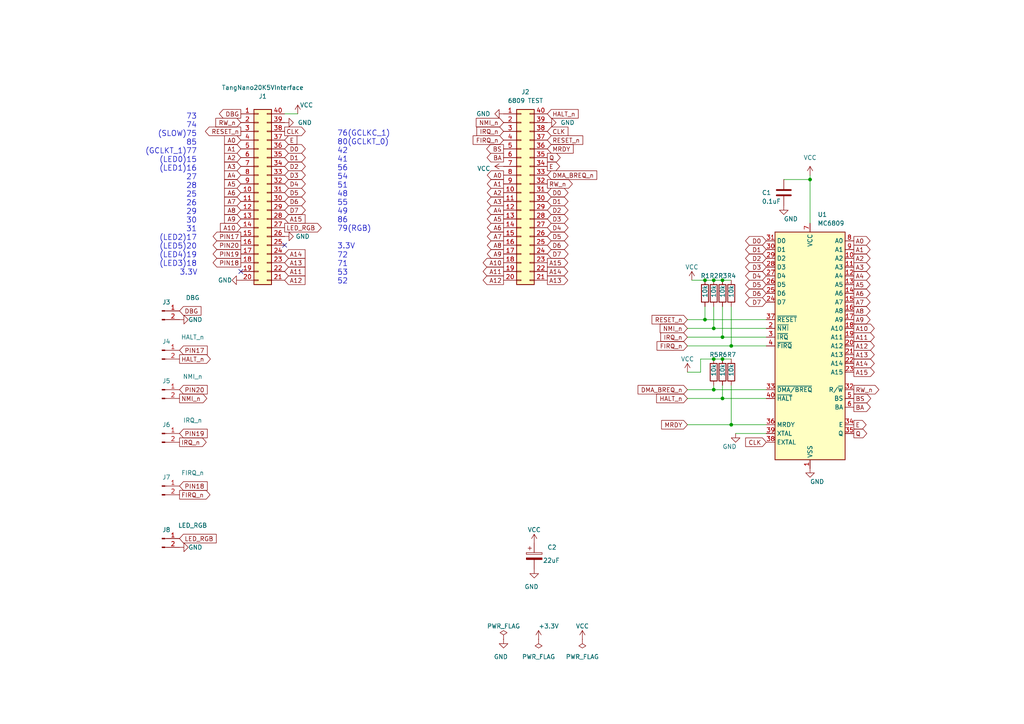
<source format=kicad_sch>
(kicad_sch (version 20230121) (generator eeschema)

  (uuid 950dc676-9e3d-407d-bc99-f86cafc50614)

  (paper "A4")

  (title_block
    (title "Memory System for 6809 using Tang Nano 20K")
    (date "2023-07-16")
    (rev "1.0")
    (company "Ryo Mukai")
  )

  (lib_symbols
    (symbol "000_MyLibrary:C" (pin_numbers hide) (pin_names (offset 0.254)) (in_bom yes) (on_board yes)
      (property "Reference" "C" (at 0.635 2.54 0)
        (effects (font (size 1.27 1.27)) (justify left))
      )
      (property "Value" "C" (at 0.635 -2.54 0)
        (effects (font (size 1.27 1.27)) (justify left))
      )
      (property "Footprint" "" (at 0.9652 -3.81 0)
        (effects (font (size 1.27 1.27)) hide)
      )
      (property "Datasheet" "~" (at 0 0 0)
        (effects (font (size 1.27 1.27)) hide)
      )
      (property "ki_keywords" "cap capacitor" (at 0 0 0)
        (effects (font (size 1.27 1.27)) hide)
      )
      (property "ki_description" "Unpolarized capacitor" (at 0 0 0)
        (effects (font (size 1.27 1.27)) hide)
      )
      (property "ki_fp_filters" "C_*" (at 0 0 0)
        (effects (font (size 1.27 1.27)) hide)
      )
      (symbol "C_0_1"
        (polyline
          (pts
            (xy -2.032 -0.762)
            (xy 2.032 -0.762)
          )
          (stroke (width 0.508) (type default))
          (fill (type none))
        )
        (polyline
          (pts
            (xy -2.032 0.762)
            (xy 2.032 0.762)
          )
          (stroke (width 0.508) (type default))
          (fill (type none))
        )
      )
      (symbol "C_1_1"
        (pin passive line (at 0 3.81 270) (length 2.794)
          (name "~" (effects (font (size 1.27 1.27))))
          (number "1" (effects (font (size 1.27 1.27))))
        )
        (pin passive line (at 0 -3.81 90) (length 2.794)
          (name "~" (effects (font (size 1.27 1.27))))
          (number "2" (effects (font (size 1.27 1.27))))
        )
      )
    )
    (symbol "000_MyLibrary:C_Polarized" (pin_numbers hide) (pin_names (offset 0.254)) (in_bom yes) (on_board yes)
      (property "Reference" "C" (at 0.635 2.54 0)
        (effects (font (size 1.27 1.27)) (justify left))
      )
      (property "Value" "C_Polarized" (at 0.635 -2.54 0)
        (effects (font (size 1.27 1.27)) (justify left))
      )
      (property "Footprint" "" (at 0.9652 -3.81 0)
        (effects (font (size 1.27 1.27)) hide)
      )
      (property "Datasheet" "~" (at 0 0 0)
        (effects (font (size 1.27 1.27)) hide)
      )
      (property "ki_keywords" "cap capacitor" (at 0 0 0)
        (effects (font (size 1.27 1.27)) hide)
      )
      (property "ki_description" "Polarized capacitor" (at 0 0 0)
        (effects (font (size 1.27 1.27)) hide)
      )
      (property "ki_fp_filters" "CP_*" (at 0 0 0)
        (effects (font (size 1.27 1.27)) hide)
      )
      (symbol "C_Polarized_0_1"
        (rectangle (start -2.286 0.508) (end 2.286 1.016)
          (stroke (width 0) (type default))
          (fill (type none))
        )
        (polyline
          (pts
            (xy -1.778 2.286)
            (xy -0.762 2.286)
          )
          (stroke (width 0) (type default))
          (fill (type none))
        )
        (polyline
          (pts
            (xy -1.27 2.794)
            (xy -1.27 1.778)
          )
          (stroke (width 0) (type default))
          (fill (type none))
        )
        (rectangle (start 2.286 -0.508) (end -2.286 -1.016)
          (stroke (width 0) (type default))
          (fill (type outline))
        )
      )
      (symbol "C_Polarized_1_1"
        (pin passive line (at 0 3.81 270) (length 2.794)
          (name "~" (effects (font (size 1.27 1.27))))
          (number "1" (effects (font (size 1.27 1.27))))
        )
        (pin passive line (at 0 -3.81 90) (length 2.794)
          (name "~" (effects (font (size 1.27 1.27))))
          (number "2" (effects (font (size 1.27 1.27))))
        )
      )
    )
    (symbol "000_MyLibrary:Conn_01x02_Male" (pin_names (offset 1.016) hide) (in_bom yes) (on_board yes)
      (property "Reference" "J" (at 0 2.54 0)
        (effects (font (size 1.27 1.27)))
      )
      (property "Value" "Conn_01x02_Male" (at 0 -5.08 0)
        (effects (font (size 1.27 1.27)))
      )
      (property "Footprint" "" (at 0 0 0)
        (effects (font (size 1.27 1.27)) hide)
      )
      (property "Datasheet" "~" (at 0 0 0)
        (effects (font (size 1.27 1.27)) hide)
      )
      (property "ki_keywords" "connector" (at 0 0 0)
        (effects (font (size 1.27 1.27)) hide)
      )
      (property "ki_description" "Generic connector, single row, 01x02, script generated (kicad-library-utils/schlib/autogen/connector/)" (at 0 0 0)
        (effects (font (size 1.27 1.27)) hide)
      )
      (property "ki_fp_filters" "Connector*:*_1x??_*" (at 0 0 0)
        (effects (font (size 1.27 1.27)) hide)
      )
      (symbol "Conn_01x02_Male_1_1"
        (polyline
          (pts
            (xy 1.27 -2.54)
            (xy 0.8636 -2.54)
          )
          (stroke (width 0.1524) (type default))
          (fill (type none))
        )
        (polyline
          (pts
            (xy 1.27 0)
            (xy 0.8636 0)
          )
          (stroke (width 0.1524) (type default))
          (fill (type none))
        )
        (rectangle (start 0.8636 -2.413) (end 0 -2.667)
          (stroke (width 0.1524) (type default))
          (fill (type outline))
        )
        (rectangle (start 0.8636 0.127) (end 0 -0.127)
          (stroke (width 0.1524) (type default))
          (fill (type outline))
        )
        (pin passive line (at 5.08 0 180) (length 3.81)
          (name "Pin_1" (effects (font (size 1.27 1.27))))
          (number "1" (effects (font (size 1.27 1.27))))
        )
        (pin passive line (at 5.08 -2.54 180) (length 3.81)
          (name "Pin_2" (effects (font (size 1.27 1.27))))
          (number "2" (effects (font (size 1.27 1.27))))
        )
      )
    )
    (symbol "000_MyLibrary:Conn_02x20_Counter_Clockwise" (pin_names (offset 1.016) hide) (in_bom yes) (on_board yes)
      (property "Reference" "J" (at 1.27 25.4 0)
        (effects (font (size 1.27 1.27)))
      )
      (property "Value" "Conn_02x20_Counter_Clockwise" (at 1.27 -27.94 0)
        (effects (font (size 1.27 1.27)))
      )
      (property "Footprint" "" (at 0 0 0)
        (effects (font (size 1.27 1.27)) hide)
      )
      (property "Datasheet" "~" (at 0 0 0)
        (effects (font (size 1.27 1.27)) hide)
      )
      (property "ki_keywords" "connector" (at 0 0 0)
        (effects (font (size 1.27 1.27)) hide)
      )
      (property "ki_description" "Generic connector, double row, 02x20, counter clockwise pin numbering scheme (similar to DIP package numbering), script generated (kicad-library-utils/schlib/autogen/connector/)" (at 0 0 0)
        (effects (font (size 1.27 1.27)) hide)
      )
      (property "ki_fp_filters" "Connector*:*_2x??_*" (at 0 0 0)
        (effects (font (size 1.27 1.27)) hide)
      )
      (symbol "Conn_02x20_Counter_Clockwise_1_1"
        (rectangle (start -1.27 -25.273) (end 0 -25.527)
          (stroke (width 0.1524) (type default))
          (fill (type none))
        )
        (rectangle (start -1.27 -22.733) (end 0 -22.987)
          (stroke (width 0.1524) (type default))
          (fill (type none))
        )
        (rectangle (start -1.27 -20.193) (end 0 -20.447)
          (stroke (width 0.1524) (type default))
          (fill (type none))
        )
        (rectangle (start -1.27 -17.653) (end 0 -17.907)
          (stroke (width 0.1524) (type default))
          (fill (type none))
        )
        (rectangle (start -1.27 -15.113) (end 0 -15.367)
          (stroke (width 0.1524) (type default))
          (fill (type none))
        )
        (rectangle (start -1.27 -12.573) (end 0 -12.827)
          (stroke (width 0.1524) (type default))
          (fill (type none))
        )
        (rectangle (start -1.27 -10.033) (end 0 -10.287)
          (stroke (width 0.1524) (type default))
          (fill (type none))
        )
        (rectangle (start -1.27 -7.493) (end 0 -7.747)
          (stroke (width 0.1524) (type default))
          (fill (type none))
        )
        (rectangle (start -1.27 -4.953) (end 0 -5.207)
          (stroke (width 0.1524) (type default))
          (fill (type none))
        )
        (rectangle (start -1.27 -2.413) (end 0 -2.667)
          (stroke (width 0.1524) (type default))
          (fill (type none))
        )
        (rectangle (start -1.27 0.127) (end 0 -0.127)
          (stroke (width 0.1524) (type default))
          (fill (type none))
        )
        (rectangle (start -1.27 2.667) (end 0 2.413)
          (stroke (width 0.1524) (type default))
          (fill (type none))
        )
        (rectangle (start -1.27 5.207) (end 0 4.953)
          (stroke (width 0.1524) (type default))
          (fill (type none))
        )
        (rectangle (start -1.27 7.747) (end 0 7.493)
          (stroke (width 0.1524) (type default))
          (fill (type none))
        )
        (rectangle (start -1.27 10.287) (end 0 10.033)
          (stroke (width 0.1524) (type default))
          (fill (type none))
        )
        (rectangle (start -1.27 12.827) (end 0 12.573)
          (stroke (width 0.1524) (type default))
          (fill (type none))
        )
        (rectangle (start -1.27 15.367) (end 0 15.113)
          (stroke (width 0.1524) (type default))
          (fill (type none))
        )
        (rectangle (start -1.27 17.907) (end 0 17.653)
          (stroke (width 0.1524) (type default))
          (fill (type none))
        )
        (rectangle (start -1.27 20.447) (end 0 20.193)
          (stroke (width 0.1524) (type default))
          (fill (type none))
        )
        (rectangle (start -1.27 22.987) (end 0 22.733)
          (stroke (width 0.1524) (type default))
          (fill (type none))
        )
        (rectangle (start -1.27 24.13) (end 3.81 -26.67)
          (stroke (width 0.254) (type default))
          (fill (type background))
        )
        (rectangle (start 3.81 -25.273) (end 2.54 -25.527)
          (stroke (width 0.1524) (type default))
          (fill (type none))
        )
        (rectangle (start 3.81 -22.733) (end 2.54 -22.987)
          (stroke (width 0.1524) (type default))
          (fill (type none))
        )
        (rectangle (start 3.81 -20.193) (end 2.54 -20.447)
          (stroke (width 0.1524) (type default))
          (fill (type none))
        )
        (rectangle (start 3.81 -17.653) (end 2.54 -17.907)
          (stroke (width 0.1524) (type default))
          (fill (type none))
        )
        (rectangle (start 3.81 -15.113) (end 2.54 -15.367)
          (stroke (width 0.1524) (type default))
          (fill (type none))
        )
        (rectangle (start 3.81 -12.573) (end 2.54 -12.827)
          (stroke (width 0.1524) (type default))
          (fill (type none))
        )
        (rectangle (start 3.81 -10.033) (end 2.54 -10.287)
          (stroke (width 0.1524) (type default))
          (fill (type none))
        )
        (rectangle (start 3.81 -7.493) (end 2.54 -7.747)
          (stroke (width 0.1524) (type default))
          (fill (type none))
        )
        (rectangle (start 3.81 -4.953) (end 2.54 -5.207)
          (stroke (width 0.1524) (type default))
          (fill (type none))
        )
        (rectangle (start 3.81 -2.413) (end 2.54 -2.667)
          (stroke (width 0.1524) (type default))
          (fill (type none))
        )
        (rectangle (start 3.81 0.127) (end 2.54 -0.127)
          (stroke (width 0.1524) (type default))
          (fill (type none))
        )
        (rectangle (start 3.81 2.667) (end 2.54 2.413)
          (stroke (width 0.1524) (type default))
          (fill (type none))
        )
        (rectangle (start 3.81 5.207) (end 2.54 4.953)
          (stroke (width 0.1524) (type default))
          (fill (type none))
        )
        (rectangle (start 3.81 7.747) (end 2.54 7.493)
          (stroke (width 0.1524) (type default))
          (fill (type none))
        )
        (rectangle (start 3.81 10.287) (end 2.54 10.033)
          (stroke (width 0.1524) (type default))
          (fill (type none))
        )
        (rectangle (start 3.81 12.827) (end 2.54 12.573)
          (stroke (width 0.1524) (type default))
          (fill (type none))
        )
        (rectangle (start 3.81 15.367) (end 2.54 15.113)
          (stroke (width 0.1524) (type default))
          (fill (type none))
        )
        (rectangle (start 3.81 17.907) (end 2.54 17.653)
          (stroke (width 0.1524) (type default))
          (fill (type none))
        )
        (rectangle (start 3.81 20.447) (end 2.54 20.193)
          (stroke (width 0.1524) (type default))
          (fill (type none))
        )
        (rectangle (start 3.81 22.987) (end 2.54 22.733)
          (stroke (width 0.1524) (type default))
          (fill (type none))
        )
        (pin passive line (at -5.08 22.86 0) (length 3.81)
          (name "Pin_1" (effects (font (size 1.27 1.27))))
          (number "1" (effects (font (size 1.27 1.27))))
        )
        (pin passive line (at -5.08 0 0) (length 3.81)
          (name "Pin_10" (effects (font (size 1.27 1.27))))
          (number "10" (effects (font (size 1.27 1.27))))
        )
        (pin passive line (at -5.08 -2.54 0) (length 3.81)
          (name "Pin_11" (effects (font (size 1.27 1.27))))
          (number "11" (effects (font (size 1.27 1.27))))
        )
        (pin passive line (at -5.08 -5.08 0) (length 3.81)
          (name "Pin_12" (effects (font (size 1.27 1.27))))
          (number "12" (effects (font (size 1.27 1.27))))
        )
        (pin passive line (at -5.08 -7.62 0) (length 3.81)
          (name "Pin_13" (effects (font (size 1.27 1.27))))
          (number "13" (effects (font (size 1.27 1.27))))
        )
        (pin passive line (at -5.08 -10.16 0) (length 3.81)
          (name "Pin_14" (effects (font (size 1.27 1.27))))
          (number "14" (effects (font (size 1.27 1.27))))
        )
        (pin passive line (at -5.08 -12.7 0) (length 3.81)
          (name "Pin_15" (effects (font (size 1.27 1.27))))
          (number "15" (effects (font (size 1.27 1.27))))
        )
        (pin passive line (at -5.08 -15.24 0) (length 3.81)
          (name "Pin_16" (effects (font (size 1.27 1.27))))
          (number "16" (effects (font (size 1.27 1.27))))
        )
        (pin passive line (at -5.08 -17.78 0) (length 3.81)
          (name "Pin_17" (effects (font (size 1.27 1.27))))
          (number "17" (effects (font (size 1.27 1.27))))
        )
        (pin passive line (at -5.08 -20.32 0) (length 3.81)
          (name "Pin_18" (effects (font (size 1.27 1.27))))
          (number "18" (effects (font (size 1.27 1.27))))
        )
        (pin passive line (at -5.08 -22.86 0) (length 3.81)
          (name "Pin_19" (effects (font (size 1.27 1.27))))
          (number "19" (effects (font (size 1.27 1.27))))
        )
        (pin passive line (at -5.08 20.32 0) (length 3.81)
          (name "Pin_2" (effects (font (size 1.27 1.27))))
          (number "2" (effects (font (size 1.27 1.27))))
        )
        (pin passive line (at -5.08 -25.4 0) (length 3.81)
          (name "Pin_20" (effects (font (size 1.27 1.27))))
          (number "20" (effects (font (size 1.27 1.27))))
        )
        (pin passive line (at 7.62 -25.4 180) (length 3.81)
          (name "Pin_21" (effects (font (size 1.27 1.27))))
          (number "21" (effects (font (size 1.27 1.27))))
        )
        (pin passive line (at 7.62 -22.86 180) (length 3.81)
          (name "Pin_22" (effects (font (size 1.27 1.27))))
          (number "22" (effects (font (size 1.27 1.27))))
        )
        (pin passive line (at 7.62 -20.32 180) (length 3.81)
          (name "Pin_23" (effects (font (size 1.27 1.27))))
          (number "23" (effects (font (size 1.27 1.27))))
        )
        (pin passive line (at 7.62 -17.78 180) (length 3.81)
          (name "Pin_24" (effects (font (size 1.27 1.27))))
          (number "24" (effects (font (size 1.27 1.27))))
        )
        (pin passive line (at 7.62 -15.24 180) (length 3.81)
          (name "Pin_25" (effects (font (size 1.27 1.27))))
          (number "25" (effects (font (size 1.27 1.27))))
        )
        (pin passive line (at 7.62 -12.7 180) (length 3.81)
          (name "Pin_26" (effects (font (size 1.27 1.27))))
          (number "26" (effects (font (size 1.27 1.27))))
        )
        (pin passive line (at 7.62 -10.16 180) (length 3.81)
          (name "Pin_27" (effects (font (size 1.27 1.27))))
          (number "27" (effects (font (size 1.27 1.27))))
        )
        (pin passive line (at 7.62 -7.62 180) (length 3.81)
          (name "Pin_28" (effects (font (size 1.27 1.27))))
          (number "28" (effects (font (size 1.27 1.27))))
        )
        (pin passive line (at 7.62 -5.08 180) (length 3.81)
          (name "Pin_29" (effects (font (size 1.27 1.27))))
          (number "29" (effects (font (size 1.27 1.27))))
        )
        (pin passive line (at -5.08 17.78 0) (length 3.81)
          (name "Pin_3" (effects (font (size 1.27 1.27))))
          (number "3" (effects (font (size 1.27 1.27))))
        )
        (pin passive line (at 7.62 -2.54 180) (length 3.81)
          (name "Pin_30" (effects (font (size 1.27 1.27))))
          (number "30" (effects (font (size 1.27 1.27))))
        )
        (pin passive line (at 7.62 0 180) (length 3.81)
          (name "Pin_31" (effects (font (size 1.27 1.27))))
          (number "31" (effects (font (size 1.27 1.27))))
        )
        (pin passive line (at 7.62 2.54 180) (length 3.81)
          (name "Pin_32" (effects (font (size 1.27 1.27))))
          (number "32" (effects (font (size 1.27 1.27))))
        )
        (pin passive line (at 7.62 5.08 180) (length 3.81)
          (name "Pin_33" (effects (font (size 1.27 1.27))))
          (number "33" (effects (font (size 1.27 1.27))))
        )
        (pin passive line (at 7.62 7.62 180) (length 3.81)
          (name "Pin_34" (effects (font (size 1.27 1.27))))
          (number "34" (effects (font (size 1.27 1.27))))
        )
        (pin passive line (at 7.62 10.16 180) (length 3.81)
          (name "Pin_35" (effects (font (size 1.27 1.27))))
          (number "35" (effects (font (size 1.27 1.27))))
        )
        (pin passive line (at 7.62 12.7 180) (length 3.81)
          (name "Pin_36" (effects (font (size 1.27 1.27))))
          (number "36" (effects (font (size 1.27 1.27))))
        )
        (pin passive line (at 7.62 15.24 180) (length 3.81)
          (name "Pin_37" (effects (font (size 1.27 1.27))))
          (number "37" (effects (font (size 1.27 1.27))))
        )
        (pin passive line (at 7.62 17.78 180) (length 3.81)
          (name "Pin_38" (effects (font (size 1.27 1.27))))
          (number "38" (effects (font (size 1.27 1.27))))
        )
        (pin passive line (at 7.62 20.32 180) (length 3.81)
          (name "Pin_39" (effects (font (size 1.27 1.27))))
          (number "39" (effects (font (size 1.27 1.27))))
        )
        (pin passive line (at -5.08 15.24 0) (length 3.81)
          (name "Pin_4" (effects (font (size 1.27 1.27))))
          (number "4" (effects (font (size 1.27 1.27))))
        )
        (pin passive line (at 7.62 22.86 180) (length 3.81)
          (name "Pin_40" (effects (font (size 1.27 1.27))))
          (number "40" (effects (font (size 1.27 1.27))))
        )
        (pin passive line (at -5.08 12.7 0) (length 3.81)
          (name "Pin_5" (effects (font (size 1.27 1.27))))
          (number "5" (effects (font (size 1.27 1.27))))
        )
        (pin passive line (at -5.08 10.16 0) (length 3.81)
          (name "Pin_6" (effects (font (size 1.27 1.27))))
          (number "6" (effects (font (size 1.27 1.27))))
        )
        (pin passive line (at -5.08 7.62 0) (length 3.81)
          (name "Pin_7" (effects (font (size 1.27 1.27))))
          (number "7" (effects (font (size 1.27 1.27))))
        )
        (pin passive line (at -5.08 5.08 0) (length 3.81)
          (name "Pin_8" (effects (font (size 1.27 1.27))))
          (number "8" (effects (font (size 1.27 1.27))))
        )
        (pin passive line (at -5.08 2.54 0) (length 3.81)
          (name "Pin_9" (effects (font (size 1.27 1.27))))
          (number "9" (effects (font (size 1.27 1.27))))
        )
      )
    )
    (symbol "000_MyLibrary:MC6809" (in_bom yes) (on_board yes)
      (property "Reference" "U" (at -7.62 34.29 0)
        (effects (font (size 1.27 1.27)) (justify right))
      )
      (property "Value" "MC6809" (at 10.16 34.29 0)
        (effects (font (size 1.27 1.27)) (justify right))
      )
      (property "Footprint" "Package_DIP:DIP-40_W15.24mm" (at 0 -38.1 0)
        (effects (font (size 1.27 1.27)) hide)
      )
      (property "Datasheet" "http://pdf.datasheetcatalog.com/datasheet/motorola/MC68B09S.pdf" (at 0 0 0)
        (effects (font (size 1.27 1.27)) hide)
      )
      (property "ki_keywords" "MCU" (at 0 0 0)
        (effects (font (size 1.27 1.27)) hide)
      )
      (property "ki_description" "8-Bit Microprocessing unit 1.0MHz, DIP-40" (at 0 0 0)
        (effects (font (size 1.27 1.27)) hide)
      )
      (property "ki_fp_filters" "DIP*W15.24mm*" (at 0 0 0)
        (effects (font (size 1.27 1.27)) hide)
      )
      (symbol "MC6809_0_1"
        (rectangle (start -10.16 -33.02) (end 10.16 33.02)
          (stroke (width 0.254) (type default))
          (fill (type background))
        )
      )
      (symbol "MC6809_1_1"
        (pin power_in line (at 0 -35.56 90) (length 2.54)
          (name "VSS" (effects (font (size 1.27 1.27))))
          (number "1" (effects (font (size 1.27 1.27))))
        )
        (pin output line (at 12.7 25.4 180) (length 2.54)
          (name "A2" (effects (font (size 1.27 1.27))))
          (number "10" (effects (font (size 1.27 1.27))))
        )
        (pin output line (at 12.7 22.86 180) (length 2.54)
          (name "A3" (effects (font (size 1.27 1.27))))
          (number "11" (effects (font (size 1.27 1.27))))
        )
        (pin output line (at 12.7 20.32 180) (length 2.54)
          (name "A4" (effects (font (size 1.27 1.27))))
          (number "12" (effects (font (size 1.27 1.27))))
        )
        (pin output line (at 12.7 17.78 180) (length 2.54)
          (name "A5" (effects (font (size 1.27 1.27))))
          (number "13" (effects (font (size 1.27 1.27))))
        )
        (pin output line (at 12.7 15.24 180) (length 2.54)
          (name "A6" (effects (font (size 1.27 1.27))))
          (number "14" (effects (font (size 1.27 1.27))))
        )
        (pin output line (at 12.7 12.7 180) (length 2.54)
          (name "A7" (effects (font (size 1.27 1.27))))
          (number "15" (effects (font (size 1.27 1.27))))
        )
        (pin output line (at 12.7 10.16 180) (length 2.54)
          (name "A8" (effects (font (size 1.27 1.27))))
          (number "16" (effects (font (size 1.27 1.27))))
        )
        (pin output line (at 12.7 7.62 180) (length 2.54)
          (name "A9" (effects (font (size 1.27 1.27))))
          (number "17" (effects (font (size 1.27 1.27))))
        )
        (pin output line (at 12.7 5.08 180) (length 2.54)
          (name "A10" (effects (font (size 1.27 1.27))))
          (number "18" (effects (font (size 1.27 1.27))))
        )
        (pin output line (at 12.7 2.54 180) (length 2.54)
          (name "A11" (effects (font (size 1.27 1.27))))
          (number "19" (effects (font (size 1.27 1.27))))
        )
        (pin input line (at -12.7 5.08 0) (length 2.54)
          (name "~{NMI}" (effects (font (size 1.27 1.27))))
          (number "2" (effects (font (size 1.27 1.27))))
        )
        (pin output line (at 12.7 0 180) (length 2.54)
          (name "A12" (effects (font (size 1.27 1.27))))
          (number "20" (effects (font (size 1.27 1.27))))
        )
        (pin output line (at 12.7 -2.54 180) (length 2.54)
          (name "A13" (effects (font (size 1.27 1.27))))
          (number "21" (effects (font (size 1.27 1.27))))
        )
        (pin output line (at 12.7 -5.08 180) (length 2.54)
          (name "A14" (effects (font (size 1.27 1.27))))
          (number "22" (effects (font (size 1.27 1.27))))
        )
        (pin output line (at 12.7 -7.62 180) (length 2.54)
          (name "A15" (effects (font (size 1.27 1.27))))
          (number "23" (effects (font (size 1.27 1.27))))
        )
        (pin bidirectional line (at -12.7 12.7 0) (length 2.54)
          (name "D7" (effects (font (size 1.27 1.27))))
          (number "24" (effects (font (size 1.27 1.27))))
        )
        (pin bidirectional line (at -12.7 15.24 0) (length 2.54)
          (name "D6" (effects (font (size 1.27 1.27))))
          (number "25" (effects (font (size 1.27 1.27))))
        )
        (pin bidirectional line (at -12.7 17.78 0) (length 2.54)
          (name "D5" (effects (font (size 1.27 1.27))))
          (number "26" (effects (font (size 1.27 1.27))))
        )
        (pin bidirectional line (at -12.7 20.32 0) (length 2.54)
          (name "D4" (effects (font (size 1.27 1.27))))
          (number "27" (effects (font (size 1.27 1.27))))
        )
        (pin bidirectional line (at -12.7 22.86 0) (length 2.54)
          (name "D3" (effects (font (size 1.27 1.27))))
          (number "28" (effects (font (size 1.27 1.27))))
        )
        (pin bidirectional line (at -12.7 25.4 0) (length 2.54)
          (name "D2" (effects (font (size 1.27 1.27))))
          (number "29" (effects (font (size 1.27 1.27))))
        )
        (pin input line (at -12.7 2.54 0) (length 2.54)
          (name "~{IRQ}" (effects (font (size 1.27 1.27))))
          (number "3" (effects (font (size 1.27 1.27))))
        )
        (pin bidirectional line (at -12.7 27.94 0) (length 2.54)
          (name "D1" (effects (font (size 1.27 1.27))))
          (number "30" (effects (font (size 1.27 1.27))))
        )
        (pin bidirectional line (at -12.7 30.48 0) (length 2.54)
          (name "D0" (effects (font (size 1.27 1.27))))
          (number "31" (effects (font (size 1.27 1.27))))
        )
        (pin output line (at 12.7 -12.7 180) (length 2.54)
          (name "R/~{W}" (effects (font (size 1.27 1.27))))
          (number "32" (effects (font (size 1.27 1.27))))
        )
        (pin input line (at -12.7 -12.7 0) (length 2.54)
          (name "~{DMA/BREQ}" (effects (font (size 1.27 1.27))))
          (number "33" (effects (font (size 1.27 1.27))))
        )
        (pin output line (at 12.7 -22.86 180) (length 2.54)
          (name "E" (effects (font (size 1.27 1.27))))
          (number "34" (effects (font (size 1.27 1.27))))
        )
        (pin output line (at 12.7 -25.4 180) (length 2.54)
          (name "Q" (effects (font (size 1.27 1.27))))
          (number "35" (effects (font (size 1.27 1.27))))
        )
        (pin input line (at -12.7 -22.86 0) (length 2.54)
          (name "MRDY" (effects (font (size 1.27 1.27))))
          (number "36" (effects (font (size 1.27 1.27))))
        )
        (pin input line (at -12.7 7.62 0) (length 2.54)
          (name "~{RESET}" (effects (font (size 1.27 1.27))))
          (number "37" (effects (font (size 1.27 1.27))))
        )
        (pin input line (at -12.7 -27.94 0) (length 2.54)
          (name "EXTAL" (effects (font (size 1.27 1.27))))
          (number "38" (effects (font (size 1.27 1.27))))
        )
        (pin input line (at -12.7 -25.4 0) (length 2.54)
          (name "XTAL" (effects (font (size 1.27 1.27))))
          (number "39" (effects (font (size 1.27 1.27))))
        )
        (pin input line (at -12.7 0 0) (length 2.54)
          (name "~{FIRQ}" (effects (font (size 1.27 1.27))))
          (number "4" (effects (font (size 1.27 1.27))))
        )
        (pin input line (at -12.7 -15.24 0) (length 2.54)
          (name "~{HALT}" (effects (font (size 1.27 1.27))))
          (number "40" (effects (font (size 1.27 1.27))))
        )
        (pin output line (at 12.7 -15.24 180) (length 2.54)
          (name "BS" (effects (font (size 1.27 1.27))))
          (number "5" (effects (font (size 1.27 1.27))))
        )
        (pin output line (at 12.7 -17.78 180) (length 2.54)
          (name "BA" (effects (font (size 1.27 1.27))))
          (number "6" (effects (font (size 1.27 1.27))))
        )
        (pin power_in line (at 0 35.56 270) (length 2.54)
          (name "VCC" (effects (font (size 1.27 1.27))))
          (number "7" (effects (font (size 1.27 1.27))))
        )
        (pin output line (at 12.7 30.48 180) (length 2.54)
          (name "A0" (effects (font (size 1.27 1.27))))
          (number "8" (effects (font (size 1.27 1.27))))
        )
        (pin output line (at 12.7 27.94 180) (length 2.54)
          (name "A1" (effects (font (size 1.27 1.27))))
          (number "9" (effects (font (size 1.27 1.27))))
        )
      )
    )
    (symbol "000_MyLibrary:R" (pin_numbers hide) (pin_names (offset 0)) (in_bom yes) (on_board yes)
      (property "Reference" "R" (at 2.032 0 90)
        (effects (font (size 1.27 1.27)))
      )
      (property "Value" "R" (at 0 0 90)
        (effects (font (size 1.27 1.27)))
      )
      (property "Footprint" "" (at -1.778 0 90)
        (effects (font (size 1.27 1.27)) hide)
      )
      (property "Datasheet" "~" (at 0 0 0)
        (effects (font (size 1.27 1.27)) hide)
      )
      (property "ki_keywords" "R res resistor" (at 0 0 0)
        (effects (font (size 1.27 1.27)) hide)
      )
      (property "ki_description" "Resistor" (at 0 0 0)
        (effects (font (size 1.27 1.27)) hide)
      )
      (property "ki_fp_filters" "R_*" (at 0 0 0)
        (effects (font (size 1.27 1.27)) hide)
      )
      (symbol "R_0_1"
        (rectangle (start -1.016 -2.54) (end 1.016 2.54)
          (stroke (width 0.254) (type default))
          (fill (type none))
        )
      )
      (symbol "R_1_1"
        (pin passive line (at 0 3.81 270) (length 1.27)
          (name "~" (effects (font (size 1.27 1.27))))
          (number "1" (effects (font (size 1.27 1.27))))
        )
        (pin passive line (at 0 -3.81 90) (length 1.27)
          (name "~" (effects (font (size 1.27 1.27))))
          (number "2" (effects (font (size 1.27 1.27))))
        )
      )
    )
    (symbol "power:+3.3V" (power) (pin_names (offset 0)) (in_bom yes) (on_board yes)
      (property "Reference" "#PWR" (at 0 -3.81 0)
        (effects (font (size 1.27 1.27)) hide)
      )
      (property "Value" "+3.3V" (at 0 3.556 0)
        (effects (font (size 1.27 1.27)))
      )
      (property "Footprint" "" (at 0 0 0)
        (effects (font (size 1.27 1.27)) hide)
      )
      (property "Datasheet" "" (at 0 0 0)
        (effects (font (size 1.27 1.27)) hide)
      )
      (property "ki_keywords" "global power" (at 0 0 0)
        (effects (font (size 1.27 1.27)) hide)
      )
      (property "ki_description" "Power symbol creates a global label with name \"+3.3V\"" (at 0 0 0)
        (effects (font (size 1.27 1.27)) hide)
      )
      (symbol "+3.3V_0_1"
        (polyline
          (pts
            (xy -0.762 1.27)
            (xy 0 2.54)
          )
          (stroke (width 0) (type default))
          (fill (type none))
        )
        (polyline
          (pts
            (xy 0 0)
            (xy 0 2.54)
          )
          (stroke (width 0) (type default))
          (fill (type none))
        )
        (polyline
          (pts
            (xy 0 2.54)
            (xy 0.762 1.27)
          )
          (stroke (width 0) (type default))
          (fill (type none))
        )
      )
      (symbol "+3.3V_1_1"
        (pin power_in line (at 0 0 90) (length 0) hide
          (name "+3.3V" (effects (font (size 1.27 1.27))))
          (number "1" (effects (font (size 1.27 1.27))))
        )
      )
    )
    (symbol "power:GND" (power) (pin_names (offset 0)) (in_bom yes) (on_board yes)
      (property "Reference" "#PWR" (at 0 -6.35 0)
        (effects (font (size 1.27 1.27)) hide)
      )
      (property "Value" "GND" (at 0 -3.81 0)
        (effects (font (size 1.27 1.27)))
      )
      (property "Footprint" "" (at 0 0 0)
        (effects (font (size 1.27 1.27)) hide)
      )
      (property "Datasheet" "" (at 0 0 0)
        (effects (font (size 1.27 1.27)) hide)
      )
      (property "ki_keywords" "global power" (at 0 0 0)
        (effects (font (size 1.27 1.27)) hide)
      )
      (property "ki_description" "Power symbol creates a global label with name \"GND\" , ground" (at 0 0 0)
        (effects (font (size 1.27 1.27)) hide)
      )
      (symbol "GND_0_1"
        (polyline
          (pts
            (xy 0 0)
            (xy 0 -1.27)
            (xy 1.27 -1.27)
            (xy 0 -2.54)
            (xy -1.27 -1.27)
            (xy 0 -1.27)
          )
          (stroke (width 0) (type default))
          (fill (type none))
        )
      )
      (symbol "GND_1_1"
        (pin power_in line (at 0 0 270) (length 0) hide
          (name "GND" (effects (font (size 1.27 1.27))))
          (number "1" (effects (font (size 1.27 1.27))))
        )
      )
    )
    (symbol "power:PWR_FLAG" (power) (pin_numbers hide) (pin_names (offset 0) hide) (in_bom yes) (on_board yes)
      (property "Reference" "#FLG" (at 0 1.905 0)
        (effects (font (size 1.27 1.27)) hide)
      )
      (property "Value" "PWR_FLAG" (at 0 3.81 0)
        (effects (font (size 1.27 1.27)))
      )
      (property "Footprint" "" (at 0 0 0)
        (effects (font (size 1.27 1.27)) hide)
      )
      (property "Datasheet" "~" (at 0 0 0)
        (effects (font (size 1.27 1.27)) hide)
      )
      (property "ki_keywords" "flag power" (at 0 0 0)
        (effects (font (size 1.27 1.27)) hide)
      )
      (property "ki_description" "Special symbol for telling ERC where power comes from" (at 0 0 0)
        (effects (font (size 1.27 1.27)) hide)
      )
      (symbol "PWR_FLAG_0_0"
        (pin power_out line (at 0 0 90) (length 0)
          (name "pwr" (effects (font (size 1.27 1.27))))
          (number "1" (effects (font (size 1.27 1.27))))
        )
      )
      (symbol "PWR_FLAG_0_1"
        (polyline
          (pts
            (xy 0 0)
            (xy 0 1.27)
            (xy -1.016 1.905)
            (xy 0 2.54)
            (xy 1.016 1.905)
            (xy 0 1.27)
          )
          (stroke (width 0) (type default))
          (fill (type none))
        )
      )
    )
    (symbol "power:VCC" (power) (pin_names (offset 0)) (in_bom yes) (on_board yes)
      (property "Reference" "#PWR" (at 0 -3.81 0)
        (effects (font (size 1.27 1.27)) hide)
      )
      (property "Value" "VCC" (at 0 3.81 0)
        (effects (font (size 1.27 1.27)))
      )
      (property "Footprint" "" (at 0 0 0)
        (effects (font (size 1.27 1.27)) hide)
      )
      (property "Datasheet" "" (at 0 0 0)
        (effects (font (size 1.27 1.27)) hide)
      )
      (property "ki_keywords" "global power" (at 0 0 0)
        (effects (font (size 1.27 1.27)) hide)
      )
      (property "ki_description" "Power symbol creates a global label with name \"VCC\"" (at 0 0 0)
        (effects (font (size 1.27 1.27)) hide)
      )
      (symbol "VCC_0_1"
        (polyline
          (pts
            (xy -0.762 1.27)
            (xy 0 2.54)
          )
          (stroke (width 0) (type default))
          (fill (type none))
        )
        (polyline
          (pts
            (xy 0 0)
            (xy 0 2.54)
          )
          (stroke (width 0) (type default))
          (fill (type none))
        )
        (polyline
          (pts
            (xy 0 2.54)
            (xy 0.762 1.27)
          )
          (stroke (width 0) (type default))
          (fill (type none))
        )
      )
      (symbol "VCC_1_1"
        (pin power_in line (at 0 0 90) (length 0) hide
          (name "VCC" (effects (font (size 1.27 1.27))))
          (number "1" (effects (font (size 1.27 1.27))))
        )
      )
    )
  )

  (junction (at 207.01 104.14) (diameter 0) (color 0 0 0 0)
    (uuid 16974a1a-096a-45d4-811b-4beb62123e75)
  )
  (junction (at 234.95 52.07) (diameter 0) (color 0 0 0 0)
    (uuid 22b5c770-a71a-4ffd-94a2-5e1ce39e2f6a)
  )
  (junction (at 209.55 97.79) (diameter 0) (color 0 0 0 0)
    (uuid 379d81eb-edd1-4962-8b98-80e155f18789)
  )
  (junction (at 204.47 81.28) (diameter 0) (color 0 0 0 0)
    (uuid 43e723b1-f848-411d-8c44-55732ff7cda6)
  )
  (junction (at 212.09 123.19) (diameter 0) (color 0 0 0 0)
    (uuid 542d7086-1e6b-4c65-b394-e473a6cb97ec)
  )
  (junction (at 207.01 81.28) (diameter 0) (color 0 0 0 0)
    (uuid 8affef37-223a-4634-b370-972365d873a6)
  )
  (junction (at 204.47 92.71) (diameter 0) (color 0 0 0 0)
    (uuid 98982458-d295-47d1-9cf5-e3c0fc6988c5)
  )
  (junction (at 207.01 95.25) (diameter 0) (color 0 0 0 0)
    (uuid bccf4762-b9b8-41df-ac01-576c1619601e)
  )
  (junction (at 212.09 100.33) (diameter 0) (color 0 0 0 0)
    (uuid d9ab851a-91a1-4992-a06c-dc0af883b762)
  )
  (junction (at 209.55 104.14) (diameter 0) (color 0 0 0 0)
    (uuid dc747c15-1498-47ab-aab2-2b029a43dfc5)
  )
  (junction (at 207.01 113.03) (diameter 0) (color 0 0 0 0)
    (uuid e58b9143-fca4-4325-b660-b6748882d7d4)
  )
  (junction (at 209.55 81.28) (diameter 0) (color 0 0 0 0)
    (uuid e9e3d537-1eb4-49fe-b866-225a8265e6b5)
  )
  (junction (at 209.55 115.57) (diameter 0) (color 0 0 0 0)
    (uuid f085d894-03ae-442e-aff5-d759be292560)
  )

  (no_connect (at 69.85 78.74) (uuid 7ddc4309-3b4e-4c04-9fc6-3c372a238947))
  (no_connect (at 82.55 71.12) (uuid a9dd4940-0178-4d3c-8a09-155b7d25d79d))

  (wire (pts (xy 212.09 111.76) (xy 212.09 123.19))
    (stroke (width 0) (type default))
    (uuid 0f38f337-07f7-440f-b72e-400bc86941e3)
  )
  (wire (pts (xy 207.01 111.76) (xy 207.01 113.03))
    (stroke (width 0) (type default))
    (uuid 120ac5f1-2f6a-42a4-8987-6a6c062512e4)
  )
  (wire (pts (xy 204.47 81.28) (xy 207.01 81.28))
    (stroke (width 0) (type default))
    (uuid 15529f97-136c-4585-a77f-bfa30cb5395c)
  )
  (wire (pts (xy 212.09 100.33) (xy 222.25 100.33))
    (stroke (width 0) (type default))
    (uuid 2b948f6e-c79f-419f-91e0-06fe034e7ce6)
  )
  (wire (pts (xy 209.55 81.28) (xy 212.09 81.28))
    (stroke (width 0) (type default))
    (uuid 3570bce3-5f1b-4dc1-b19a-4c055d2eec87)
  )
  (wire (pts (xy 213.36 125.73) (xy 222.25 125.73))
    (stroke (width 0) (type default))
    (uuid 3ffd0c8b-98c0-44a8-8609-5a5b958870bd)
  )
  (wire (pts (xy 227.33 52.07) (xy 234.95 52.07))
    (stroke (width 0) (type default))
    (uuid 425f32ca-0a0c-40ce-8ed7-a0eba9c449db)
  )
  (wire (pts (xy 212.09 123.19) (xy 222.25 123.19))
    (stroke (width 0) (type default))
    (uuid 43089f76-b34a-490a-b7ef-9906cffa2fab)
  )
  (wire (pts (xy 209.55 111.76) (xy 209.55 115.57))
    (stroke (width 0) (type default))
    (uuid 4c83da7f-6260-4903-94a2-a6d867d8f54c)
  )
  (wire (pts (xy 212.09 88.9) (xy 212.09 100.33))
    (stroke (width 0) (type default))
    (uuid 4df616b2-125c-4829-a183-6c79609c9ad2)
  )
  (wire (pts (xy 199.39 92.71) (xy 204.47 92.71))
    (stroke (width 0) (type default))
    (uuid 4ffeb545-1965-4515-8c67-23b82c49c34a)
  )
  (wire (pts (xy 207.01 113.03) (xy 222.25 113.03))
    (stroke (width 0) (type default))
    (uuid 527cfcc7-f6ef-42f8-aa17-ca829950a2b1)
  )
  (wire (pts (xy 207.01 95.25) (xy 222.25 95.25))
    (stroke (width 0) (type default))
    (uuid 640b264f-2ea6-4f7e-8d30-4fd21df0d72b)
  )
  (wire (pts (xy 200.66 81.28) (xy 204.47 81.28))
    (stroke (width 0) (type default))
    (uuid 664e17c8-f712-43ef-a8be-7ff72bf27bad)
  )
  (wire (pts (xy 209.55 104.14) (xy 207.01 104.14))
    (stroke (width 0) (type default))
    (uuid 745cb226-4353-4aea-9622-a5e21be076f8)
  )
  (wire (pts (xy 199.39 115.57) (xy 209.55 115.57))
    (stroke (width 0) (type default))
    (uuid 77175139-b9c3-49f7-b5ef-e4c4cca2b060)
  )
  (wire (pts (xy 234.95 52.07) (xy 234.95 64.77))
    (stroke (width 0) (type default))
    (uuid 7a403276-f823-4f0f-9e2a-7934b10e0ff0)
  )
  (wire (pts (xy 207.01 81.28) (xy 209.55 81.28))
    (stroke (width 0) (type default))
    (uuid 7fb22d2c-bcfe-4a67-8b68-87e618c3bd5d)
  )
  (wire (pts (xy 203.2 104.14) (xy 203.2 107.95))
    (stroke (width 0) (type default))
    (uuid 85086af1-f382-4375-a8ac-8dcced198049)
  )
  (wire (pts (xy 204.47 88.9) (xy 204.47 92.71))
    (stroke (width 0) (type default))
    (uuid 8d56f8f9-739a-422b-812f-7a4db5d96add)
  )
  (wire (pts (xy 86.36 33.02) (xy 82.55 33.02))
    (stroke (width 0) (type default))
    (uuid 9aa7b434-afba-4e0f-b422-cad81340d0c8)
  )
  (wire (pts (xy 204.47 92.71) (xy 222.25 92.71))
    (stroke (width 0) (type default))
    (uuid 9c97ffd3-573c-4770-810a-7b7e664bcf84)
  )
  (wire (pts (xy 199.39 113.03) (xy 207.01 113.03))
    (stroke (width 0) (type default))
    (uuid a23a4dfb-5e9b-4076-8823-e6c9d98e30b9)
  )
  (wire (pts (xy 209.55 97.79) (xy 222.25 97.79))
    (stroke (width 0) (type default))
    (uuid aa9d4237-713a-4185-9548-5abd87f9ebf0)
  )
  (wire (pts (xy 209.55 88.9) (xy 209.55 97.79))
    (stroke (width 0) (type default))
    (uuid b2ec805c-a79d-4742-9590-cc6e3a1e12c3)
  )
  (wire (pts (xy 199.39 123.19) (xy 212.09 123.19))
    (stroke (width 0) (type default))
    (uuid b5a70b2b-e647-4ffa-a324-7735fc5a6f42)
  )
  (wire (pts (xy 212.09 104.14) (xy 209.55 104.14))
    (stroke (width 0) (type default))
    (uuid b7e1b54a-f9ce-48be-b76f-da8b16cbbf02)
  )
  (wire (pts (xy 207.01 88.9) (xy 207.01 95.25))
    (stroke (width 0) (type default))
    (uuid bce379ad-747e-4dc1-a495-780f20a09312)
  )
  (wire (pts (xy 199.39 107.95) (xy 203.2 107.95))
    (stroke (width 0) (type default))
    (uuid bfbd3331-3354-4bbe-a8fa-c6ea0768be39)
  )
  (wire (pts (xy 207.01 104.14) (xy 203.2 104.14))
    (stroke (width 0) (type default))
    (uuid ce2faf3f-33b7-4db9-a5c1-d10456734d2b)
  )
  (wire (pts (xy 199.39 97.79) (xy 209.55 97.79))
    (stroke (width 0) (type default))
    (uuid cf7fab13-8537-47f1-9c64-25665e9d0e0c)
  )
  (wire (pts (xy 234.95 50.8) (xy 234.95 52.07))
    (stroke (width 0) (type default))
    (uuid d52b9e3f-7f20-459e-98b3-de9cfaacb987)
  )
  (wire (pts (xy 209.55 115.57) (xy 222.25 115.57))
    (stroke (width 0) (type default))
    (uuid e4c2fcd6-5d06-4af9-bb4e-8cce075aaae1)
  )
  (wire (pts (xy 199.39 95.25) (xy 207.01 95.25))
    (stroke (width 0) (type default))
    (uuid efc3e182-484c-4ee6-a084-95fcef2bae1f)
  )
  (wire (pts (xy 199.39 100.33) (xy 212.09 100.33))
    (stroke (width 0) (type default))
    (uuid f7149337-9767-4032-8d2b-c22bd2f910c4)
  )

  (text "72\n71\n53\n52" (at 97.79 82.55 0)
    (effects (font (size 1.56 1.56)) (justify left bottom))
    (uuid 223b06fb-1fcd-4aba-ae61-0e29c5faf293)
  )
  (text "73\n74\n(SLOW)75\n85\n(GCLKT_1)77\n(LED0)15\n(LED1)16\n27\n28\n25\n26\n29\n30\n31\n(LED2)17\n(LED5)20\n(LED4)19\n(LED3)18"
    (at 57.15 77.47 0)
    (effects (font (size 1.56 1.56)) (justify right bottom))
    (uuid 33587bfd-3fd1-4696-80b8-b96868a5929c)
  )
  (text "76(GCLKC_1)\n80(GCLKT_0)\n42\n41\n56\n54\n51\n48\n55\n49\n86\n79(RGB)"
    (at 97.79 67.31 0)
    (effects (font (size 1.56 1.56)) (justify left bottom))
    (uuid 4bfe8a46-0fe7-43cd-896e-a33a28e9ee03)
  )
  (text "3.3V" (at 97.79 72.39 0)
    (effects (font (size 1.56 1.56)) (justify left bottom))
    (uuid b9670d0d-b180-4451-84a9-f42401b9fa47)
  )
  (text "3.3V" (at 52.07 80.01 0)
    (effects (font (size 1.56 1.56)) (justify left bottom))
    (uuid e600ac78-2d91-4bcc-a5f2-df654dc08ad1)
  )

  (global_label "IRQ_n" (shape output) (at 52.07 128.27 0) (fields_autoplaced)
    (effects (font (size 1.27 1.27)) (justify left))
    (uuid 021438a0-97d7-488b-bb62-ae4d82283873)
    (property "Intersheetrefs" "${INTERSHEET_REFS}" (at 60.3771 128.27 0)
      (effects (font (size 1.27 1.27)) (justify left) hide)
    )
  )
  (global_label "CLK" (shape output) (at 82.55 38.1 0) (fields_autoplaced)
    (effects (font (size 1.27 1.27)) (justify left))
    (uuid 041111d9-a285-4aab-8761-0e1a2103328c)
    (property "Intersheetrefs" "${INTERSHEET_REFS}" (at 89.1033 38.1 0)
      (effects (font (size 1.27 1.27)) (justify left) hide)
    )
  )
  (global_label "RESET_n" (shape input) (at 199.39 92.71 180) (fields_autoplaced)
    (effects (font (size 1.27 1.27)) (justify right))
    (uuid 06f028ec-1cc7-44f9-8156-bc0b0cfebf76)
    (property "Intersheetrefs" "${INTERSHEET_REFS}" (at 188.5431 92.71 0)
      (effects (font (size 1.27 1.27)) (justify right) hide)
    )
  )
  (global_label "D5" (shape tri_state) (at 158.75 68.58 0) (fields_autoplaced)
    (effects (font (size 1.27 1.27)) (justify left))
    (uuid 0a1518a6-6b53-4340-83e8-c0deb423b60e)
    (property "Intersheetrefs" "${INTERSHEET_REFS}" (at 165.2466 68.58 0)
      (effects (font (size 1.27 1.27)) (justify left) hide)
    )
  )
  (global_label "A15" (shape output) (at 247.65 107.95 0) (fields_autoplaced)
    (effects (font (size 1.27 1.27)) (justify left))
    (uuid 0a7290ed-b263-4dd3-ba2e-79ac27d1730b)
    (property "Intersheetrefs" "${INTERSHEET_REFS}" (at 254.0634 107.95 0)
      (effects (font (size 1.27 1.27)) (justify left) hide)
    )
  )
  (global_label "A13" (shape output) (at 158.75 81.28 0) (fields_autoplaced)
    (effects (font (size 1.27 1.27)) (justify left))
    (uuid 0b763cf8-72bf-4c78-84fc-849f815548a9)
    (property "Intersheetrefs" "${INTERSHEET_REFS}" (at 165.1634 81.28 0)
      (effects (font (size 1.27 1.27)) (justify left) hide)
    )
  )
  (global_label "A2" (shape output) (at 247.65 74.93 0) (fields_autoplaced)
    (effects (font (size 1.27 1.27)) (justify left))
    (uuid 0d96ce4f-2631-4b03-b71d-44d1b6738d74)
    (property "Intersheetrefs" "${INTERSHEET_REFS}" (at 252.8539 74.93 0)
      (effects (font (size 1.27 1.27)) (justify left) hide)
    )
  )
  (global_label "D2" (shape tri_state) (at 158.75 60.96 0) (fields_autoplaced)
    (effects (font (size 1.27 1.27)) (justify left))
    (uuid 0e979deb-3677-4d24-87f5-9b13ccf5d643)
    (property "Intersheetrefs" "${INTERSHEET_REFS}" (at 165.2466 60.96 0)
      (effects (font (size 1.27 1.27)) (justify left) hide)
    )
  )
  (global_label "A5" (shape input) (at 69.85 53.34 180) (fields_autoplaced)
    (effects (font (size 1.27 1.27)) (justify right))
    (uuid 0ee85417-7f29-4341-bf42-c8fbd27ee70b)
    (property "Intersheetrefs" "${INTERSHEET_REFS}" (at 64.5667 53.34 0)
      (effects (font (size 1.27 1.27)) (justify right) hide)
    )
  )
  (global_label "A5" (shape output) (at 146.05 63.5 180) (fields_autoplaced)
    (effects (font (size 1.27 1.27)) (justify right))
    (uuid 117f9973-8b7b-475c-99bc-547f65542839)
    (property "Intersheetrefs" "${INTERSHEET_REFS}" (at 140.8461 63.5 0)
      (effects (font (size 1.27 1.27)) (justify right) hide)
    )
  )
  (global_label "D7" (shape tri_state) (at 82.55 60.96 0) (fields_autoplaced)
    (effects (font (size 1.27 1.27)) (justify left))
    (uuid 123e2d05-63a6-4fd2-87cd-92c11a916ff9)
    (property "Intersheetrefs" "${INTERSHEET_REFS}" (at 89.0466 60.96 0)
      (effects (font (size 1.27 1.27)) (justify left) hide)
    )
  )
  (global_label "A14" (shape input) (at 82.55 73.66 0) (fields_autoplaced)
    (effects (font (size 1.27 1.27)) (justify left))
    (uuid 124f6d15-f947-4e2d-a584-81f16e1b6516)
    (property "Intersheetrefs" "${INTERSHEET_REFS}" (at 89.0428 73.66 0)
      (effects (font (size 1.27 1.27)) (justify left) hide)
    )
  )
  (global_label "D0" (shape tri_state) (at 82.55 43.18 0) (fields_autoplaced)
    (effects (font (size 1.27 1.27)) (justify left))
    (uuid 18552bec-a46d-4705-8f67-245ffd6155d4)
    (property "Intersheetrefs" "${INTERSHEET_REFS}" (at 89.0466 43.18 0)
      (effects (font (size 1.27 1.27)) (justify left) hide)
    )
  )
  (global_label "A1" (shape output) (at 146.05 53.34 180) (fields_autoplaced)
    (effects (font (size 1.27 1.27)) (justify right))
    (uuid 1ac85fd8-4ba7-49c3-9a7a-8d70ed9a50d5)
    (property "Intersheetrefs" "${INTERSHEET_REFS}" (at 140.8461 53.34 0)
      (effects (font (size 1.27 1.27)) (justify right) hide)
    )
  )
  (global_label "A7" (shape output) (at 247.65 87.63 0) (fields_autoplaced)
    (effects (font (size 1.27 1.27)) (justify left))
    (uuid 1ba79fa4-521a-4df6-8051-eb710933a11d)
    (property "Intersheetrefs" "${INTERSHEET_REFS}" (at 252.8539 87.63 0)
      (effects (font (size 1.27 1.27)) (justify left) hide)
    )
  )
  (global_label "A0" (shape output) (at 247.65 69.85 0) (fields_autoplaced)
    (effects (font (size 1.27 1.27)) (justify left))
    (uuid 1cb52c60-ae80-4204-896f-64a7fcf260e4)
    (property "Intersheetrefs" "${INTERSHEET_REFS}" (at 252.8539 69.85 0)
      (effects (font (size 1.27 1.27)) (justify left) hide)
    )
  )
  (global_label "RESET_n" (shape output) (at 69.85 38.1 180) (fields_autoplaced)
    (effects (font (size 1.27 1.27)) (justify right))
    (uuid 1d282f7e-fdbf-4000-b812-b611c7979fe6)
    (property "Intersheetrefs" "${INTERSHEET_REFS}" (at 59.0031 38.1 0)
      (effects (font (size 1.27 1.27)) (justify right) hide)
    )
  )
  (global_label "BS" (shape output) (at 146.05 43.18 180) (fields_autoplaced)
    (effects (font (size 1.27 1.27)) (justify right))
    (uuid 1ead0ee0-097c-4f37-9bea-66b329b580a8)
    (property "Intersheetrefs" "${INTERSHEET_REFS}" (at 140.5853 43.18 0)
      (effects (font (size 1.27 1.27)) (justify right) hide)
    )
  )
  (global_label "RW_n" (shape output) (at 247.65 113.03 0) (fields_autoplaced)
    (effects (font (size 1.27 1.27)) (justify left))
    (uuid 265558f8-e701-4a1a-9db8-61fe7089a0ea)
    (property "Intersheetrefs" "${INTERSHEET_REFS}" (at 255.4732 113.03 0)
      (effects (font (size 1.27 1.27)) (justify left) hide)
    )
  )
  (global_label "FIRQ_n" (shape output) (at 52.07 143.51 0) (fields_autoplaced)
    (effects (font (size 1.27 1.27)) (justify left))
    (uuid 27581f4f-b73e-4098-8c69-c70b16b41b6c)
    (property "Intersheetrefs" "${INTERSHEET_REFS}" (at 61.4657 143.51 0)
      (effects (font (size 1.27 1.27)) (justify left) hide)
    )
  )
  (global_label "A11" (shape input) (at 82.55 78.74 0) (fields_autoplaced)
    (effects (font (size 1.27 1.27)) (justify left))
    (uuid 2903d6fa-3443-46be-8840-f708d5b2e851)
    (property "Intersheetrefs" "${INTERSHEET_REFS}" (at 89.0428 78.74 0)
      (effects (font (size 1.27 1.27)) (justify left) hide)
    )
  )
  (global_label "A12" (shape output) (at 146.05 81.28 180) (fields_autoplaced)
    (effects (font (size 1.27 1.27)) (justify right))
    (uuid 29094b7a-7a98-4a7f-b1d4-2303ba68213c)
    (property "Intersheetrefs" "${INTERSHEET_REFS}" (at 139.6366 81.28 0)
      (effects (font (size 1.27 1.27)) (justify right) hide)
    )
  )
  (global_label "MRDY" (shape input) (at 199.39 123.19 180) (fields_autoplaced)
    (effects (font (size 1.27 1.27)) (justify right))
    (uuid 2977a116-713f-4477-930b-35688c0fff40)
    (property "Intersheetrefs" "${INTERSHEET_REFS}" (at 191.3248 123.19 0)
      (effects (font (size 1.27 1.27)) (justify right) hide)
    )
  )
  (global_label "D7" (shape tri_state) (at 158.75 73.66 0) (fields_autoplaced)
    (effects (font (size 1.27 1.27)) (justify left))
    (uuid 2b84a01a-ad63-4293-915d-a16bc1de18d9)
    (property "Intersheetrefs" "${INTERSHEET_REFS}" (at 165.2466 73.66 0)
      (effects (font (size 1.27 1.27)) (justify left) hide)
    )
  )
  (global_label "D7" (shape tri_state) (at 222.25 87.63 180) (fields_autoplaced)
    (effects (font (size 1.27 1.27)) (justify right))
    (uuid 2ca025e5-cad7-4600-ab23-04a78f84676b)
    (property "Intersheetrefs" "${INTERSHEET_REFS}" (at 215.7534 87.63 0)
      (effects (font (size 1.27 1.27)) (justify right) hide)
    )
  )
  (global_label "PIN17" (shape input) (at 52.07 101.6 0) (fields_autoplaced)
    (effects (font (size 1.27 1.27)) (justify left))
    (uuid 2cc30f7e-00ed-4474-af57-279d98112e00)
    (property "Intersheetrefs" "${INTERSHEET_REFS}" (at 60.6795 101.6 0)
      (effects (font (size 1.27 1.27)) (justify left) hide)
    )
  )
  (global_label "A8" (shape input) (at 69.85 60.96 180) (fields_autoplaced)
    (effects (font (size 1.27 1.27)) (justify right))
    (uuid 3195aa0e-8048-4d20-86a7-5a0db5cc3c59)
    (property "Intersheetrefs" "${INTERSHEET_REFS}" (at 64.5667 60.96 0)
      (effects (font (size 1.27 1.27)) (justify right) hide)
    )
  )
  (global_label "FIRQ_n" (shape input) (at 146.05 40.64 180) (fields_autoplaced)
    (effects (font (size 1.27 1.27)) (justify right))
    (uuid 32c30fe2-06d8-4937-8994-449dfc9ad9d3)
    (property "Intersheetrefs" "${INTERSHEET_REFS}" (at 136.6543 40.64 0)
      (effects (font (size 1.27 1.27)) (justify right) hide)
    )
  )
  (global_label "A14" (shape output) (at 247.65 105.41 0) (fields_autoplaced)
    (effects (font (size 1.27 1.27)) (justify left))
    (uuid 34072fb1-cbf1-443a-bfa1-c4b95b4cc3dd)
    (property "Intersheetrefs" "${INTERSHEET_REFS}" (at 254.0634 105.41 0)
      (effects (font (size 1.27 1.27)) (justify left) hide)
    )
  )
  (global_label "A8" (shape output) (at 146.05 71.12 180) (fields_autoplaced)
    (effects (font (size 1.27 1.27)) (justify right))
    (uuid 37d60b90-5f50-4608-a01e-b7dcd538b4a5)
    (property "Intersheetrefs" "${INTERSHEET_REFS}" (at 140.8461 71.12 0)
      (effects (font (size 1.27 1.27)) (justify right) hide)
    )
  )
  (global_label "D6" (shape tri_state) (at 158.75 71.12 0) (fields_autoplaced)
    (effects (font (size 1.27 1.27)) (justify left))
    (uuid 38a576a7-5ac0-49f8-aa2b-ce3b66742384)
    (property "Intersheetrefs" "${INTERSHEET_REFS}" (at 165.2466 71.12 0)
      (effects (font (size 1.27 1.27)) (justify left) hide)
    )
  )
  (global_label "A4" (shape output) (at 146.05 60.96 180) (fields_autoplaced)
    (effects (font (size 1.27 1.27)) (justify right))
    (uuid 3a8f2931-2aa0-4c15-9303-94b7574e2bd5)
    (property "Intersheetrefs" "${INTERSHEET_REFS}" (at 140.8461 60.96 0)
      (effects (font (size 1.27 1.27)) (justify right) hide)
    )
  )
  (global_label "PIN20" (shape output) (at 69.85 71.12 180) (fields_autoplaced)
    (effects (font (size 1.27 1.27)) (justify right))
    (uuid 3a9e171b-a9e2-4fab-b6b2-3cfa56ce5bac)
    (property "Intersheetrefs" "${INTERSHEET_REFS}" (at 61.2405 71.12 0)
      (effects (font (size 1.27 1.27)) (justify right) hide)
    )
  )
  (global_label "CLK" (shape input) (at 222.25 128.27 180) (fields_autoplaced)
    (effects (font (size 1.27 1.27)) (justify right))
    (uuid 3c5a1dbe-4d0f-4d87-b759-d607df77f609)
    (property "Intersheetrefs" "${INTERSHEET_REFS}" (at 215.6967 128.27 0)
      (effects (font (size 1.27 1.27)) (justify right) hide)
    )
  )
  (global_label "D0" (shape tri_state) (at 222.25 69.85 180) (fields_autoplaced)
    (effects (font (size 1.27 1.27)) (justify right))
    (uuid 3d518fab-7338-4192-9e5b-7f78f84a634d)
    (property "Intersheetrefs" "${INTERSHEET_REFS}" (at 215.7534 69.85 0)
      (effects (font (size 1.27 1.27)) (justify right) hide)
    )
  )
  (global_label "D5" (shape tri_state) (at 222.25 82.55 180) (fields_autoplaced)
    (effects (font (size 1.27 1.27)) (justify right))
    (uuid 3d885234-d480-4ad4-afb1-8cfd2f0d7cc4)
    (property "Intersheetrefs" "${INTERSHEET_REFS}" (at 215.7534 82.55 0)
      (effects (font (size 1.27 1.27)) (justify right) hide)
    )
  )
  (global_label "A14" (shape output) (at 158.75 78.74 0) (fields_autoplaced)
    (effects (font (size 1.27 1.27)) (justify left))
    (uuid 3e6565d7-419b-4bd1-95f4-40e139d16e0e)
    (property "Intersheetrefs" "${INTERSHEET_REFS}" (at 165.1634 78.74 0)
      (effects (font (size 1.27 1.27)) (justify left) hide)
    )
  )
  (global_label "A8" (shape output) (at 247.65 90.17 0) (fields_autoplaced)
    (effects (font (size 1.27 1.27)) (justify left))
    (uuid 3ff12642-ece1-4339-949f-22efb9cdea48)
    (property "Intersheetrefs" "${INTERSHEET_REFS}" (at 252.8539 90.17 0)
      (effects (font (size 1.27 1.27)) (justify left) hide)
    )
  )
  (global_label "A7" (shape output) (at 146.05 68.58 180) (fields_autoplaced)
    (effects (font (size 1.27 1.27)) (justify right))
    (uuid 45337ca4-684c-4c5d-b449-fe220adfd3c5)
    (property "Intersheetrefs" "${INTERSHEET_REFS}" (at 140.8461 68.58 0)
      (effects (font (size 1.27 1.27)) (justify right) hide)
    )
  )
  (global_label "D2" (shape tri_state) (at 82.55 48.26 0) (fields_autoplaced)
    (effects (font (size 1.27 1.27)) (justify left))
    (uuid 49ad2f72-5221-44d9-9244-333130160867)
    (property "Intersheetrefs" "${INTERSHEET_REFS}" (at 89.0466 48.26 0)
      (effects (font (size 1.27 1.27)) (justify left) hide)
    )
  )
  (global_label "A13" (shape input) (at 82.55 76.2 0) (fields_autoplaced)
    (effects (font (size 1.27 1.27)) (justify left))
    (uuid 4b120b34-8dca-4ba1-8f9f-c9754fce4660)
    (property "Intersheetrefs" "${INTERSHEET_REFS}" (at 89.0428 76.2 0)
      (effects (font (size 1.27 1.27)) (justify left) hide)
    )
  )
  (global_label "PIN18" (shape input) (at 52.07 140.97 0) (fields_autoplaced)
    (effects (font (size 1.27 1.27)) (justify left))
    (uuid 4e792d40-89f5-477d-bb8e-339199af5d19)
    (property "Intersheetrefs" "${INTERSHEET_REFS}" (at 60.6795 140.97 0)
      (effects (font (size 1.27 1.27)) (justify left) hide)
    )
  )
  (global_label "A9" (shape output) (at 247.65 92.71 0) (fields_autoplaced)
    (effects (font (size 1.27 1.27)) (justify left))
    (uuid 522d1fda-be3a-4708-a8fc-6002bc2dd485)
    (property "Intersheetrefs" "${INTERSHEET_REFS}" (at 252.8539 92.71 0)
      (effects (font (size 1.27 1.27)) (justify left) hide)
    )
  )
  (global_label "A3" (shape output) (at 247.65 77.47 0) (fields_autoplaced)
    (effects (font (size 1.27 1.27)) (justify left))
    (uuid 5311c169-b286-4349-a8c1-0ea7354495db)
    (property "Intersheetrefs" "${INTERSHEET_REFS}" (at 252.8539 77.47 0)
      (effects (font (size 1.27 1.27)) (justify left) hide)
    )
  )
  (global_label "BS" (shape output) (at 247.65 115.57 0) (fields_autoplaced)
    (effects (font (size 1.27 1.27)) (justify left))
    (uuid 5508323c-fe96-4066-af41-2e6fb5ac10f0)
    (property "Intersheetrefs" "${INTERSHEET_REFS}" (at 253.1147 115.57 0)
      (effects (font (size 1.27 1.27)) (justify left) hide)
    )
  )
  (global_label "D1" (shape tri_state) (at 82.55 45.72 0) (fields_autoplaced)
    (effects (font (size 1.27 1.27)) (justify left))
    (uuid 5853c357-394f-4a35-9071-0da8d9cf7a1a)
    (property "Intersheetrefs" "${INTERSHEET_REFS}" (at 89.0466 45.72 0)
      (effects (font (size 1.27 1.27)) (justify left) hide)
    )
  )
  (global_label "A15" (shape input) (at 82.55 63.5 0) (fields_autoplaced)
    (effects (font (size 1.27 1.27)) (justify left))
    (uuid 5fee1521-4ee3-4d32-8af2-a540fc86e877)
    (property "Intersheetrefs" "${INTERSHEET_REFS}" (at 89.0428 63.5 0)
      (effects (font (size 1.27 1.27)) (justify left) hide)
    )
  )
  (global_label "PIN19" (shape input) (at 52.07 125.73 0) (fields_autoplaced)
    (effects (font (size 1.27 1.27)) (justify left))
    (uuid 60e87538-30cf-4ceb-b960-c5ac5c8b1cda)
    (property "Intersheetrefs" "${INTERSHEET_REFS}" (at 60.6795 125.73 0)
      (effects (font (size 1.27 1.27)) (justify left) hide)
    )
  )
  (global_label "A15" (shape output) (at 158.75 76.2 0) (fields_autoplaced)
    (effects (font (size 1.27 1.27)) (justify left))
    (uuid 64ce7b77-d2b0-4bca-bdf4-84db10b10963)
    (property "Intersheetrefs" "${INTERSHEET_REFS}" (at 165.1634 76.2 0)
      (effects (font (size 1.27 1.27)) (justify left) hide)
    )
  )
  (global_label "D4" (shape tri_state) (at 222.25 80.01 180) (fields_autoplaced)
    (effects (font (size 1.27 1.27)) (justify right))
    (uuid 66ed3a3d-7323-45d5-865e-c97f64af21e9)
    (property "Intersheetrefs" "${INTERSHEET_REFS}" (at 215.7534 80.01 0)
      (effects (font (size 1.27 1.27)) (justify right) hide)
    )
  )
  (global_label "DBG" (shape output) (at 69.85 33.02 180) (fields_autoplaced)
    (effects (font (size 1.27 1.27)) (justify right))
    (uuid 68ddcb47-8a9a-4c04-b090-94bc784e04db)
    (property "Intersheetrefs" "${INTERSHEET_REFS}" (at 63.0548 33.02 0)
      (effects (font (size 1.27 1.27)) (justify right) hide)
    )
  )
  (global_label "HALT_n" (shape input) (at 158.75 33.02 0) (fields_autoplaced)
    (effects (font (size 1.27 1.27)) (justify left))
    (uuid 69f86f4b-50b7-4e93-932b-c631019193f4)
    (property "Intersheetrefs" "${INTERSHEET_REFS}" (at 168.2666 33.02 0)
      (effects (font (size 1.27 1.27)) (justify left) hide)
    )
  )
  (global_label "RW_n" (shape output) (at 158.75 53.34 0) (fields_autoplaced)
    (effects (font (size 1.27 1.27)) (justify left))
    (uuid 6b5cfec2-6254-461d-a37e-f96b55762b1a)
    (property "Intersheetrefs" "${INTERSHEET_REFS}" (at 166.5732 53.34 0)
      (effects (font (size 1.27 1.27)) (justify left) hide)
    )
  )
  (global_label "HALT_n" (shape output) (at 52.07 104.14 0) (fields_autoplaced)
    (effects (font (size 1.27 1.27)) (justify left))
    (uuid 6b73f529-dd46-4c2a-ac26-d660a6d0ff14)
    (property "Intersheetrefs" "${INTERSHEET_REFS}" (at 61.5866 104.14 0)
      (effects (font (size 1.27 1.27)) (justify left) hide)
    )
  )
  (global_label "E" (shape output) (at 247.65 123.19 0) (fields_autoplaced)
    (effects (font (size 1.27 1.27)) (justify left))
    (uuid 77851b99-bf82-4479-a687-d4a6b0db68b0)
    (property "Intersheetrefs" "${INTERSHEET_REFS}" (at 251.7842 123.19 0)
      (effects (font (size 1.27 1.27)) (justify left) hide)
    )
  )
  (global_label "DMA_BREQ_n" (shape input) (at 158.75 50.8 0) (fields_autoplaced)
    (effects (font (size 1.27 1.27)) (justify left))
    (uuid 77de1e2a-b410-4515-8575-9a05cb1123e1)
    (property "Intersheetrefs" "${INTERSHEET_REFS}" (at 173.6489 50.8 0)
      (effects (font (size 1.27 1.27)) (justify left) hide)
    )
  )
  (global_label "A12" (shape input) (at 82.55 81.28 0) (fields_autoplaced)
    (effects (font (size 1.27 1.27)) (justify left))
    (uuid 77e1150a-6bac-48a0-b123-5a157b086e0e)
    (property "Intersheetrefs" "${INTERSHEET_REFS}" (at 89.0428 81.28 0)
      (effects (font (size 1.27 1.27)) (justify left) hide)
    )
  )
  (global_label "A6" (shape output) (at 146.05 66.04 180) (fields_autoplaced)
    (effects (font (size 1.27 1.27)) (justify right))
    (uuid 781293ee-9fd6-4c41-9b78-4e98447ef865)
    (property "Intersheetrefs" "${INTERSHEET_REFS}" (at 140.8461 66.04 0)
      (effects (font (size 1.27 1.27)) (justify right) hide)
    )
  )
  (global_label "FIRQ_n" (shape input) (at 199.39 100.33 180) (fields_autoplaced)
    (effects (font (size 1.27 1.27)) (justify right))
    (uuid 78e64a3e-708d-42bc-893f-07df5737ece5)
    (property "Intersheetrefs" "${INTERSHEET_REFS}" (at 189.9943 100.33 0)
      (effects (font (size 1.27 1.27)) (justify right) hide)
    )
  )
  (global_label "D0" (shape tri_state) (at 158.75 55.88 0) (fields_autoplaced)
    (effects (font (size 1.27 1.27)) (justify left))
    (uuid 798935bf-3a1e-4411-8df7-7192ce496632)
    (property "Intersheetrefs" "${INTERSHEET_REFS}" (at 165.2466 55.88 0)
      (effects (font (size 1.27 1.27)) (justify left) hide)
    )
  )
  (global_label "BA" (shape output) (at 146.05 45.72 180) (fields_autoplaced)
    (effects (font (size 1.27 1.27)) (justify right))
    (uuid 7bcec9ae-e2ea-4ce5-bfad-d27458c313f5)
    (property "Intersheetrefs" "${INTERSHEET_REFS}" (at 140.7062 45.72 0)
      (effects (font (size 1.27 1.27)) (justify right) hide)
    )
  )
  (global_label "A6" (shape output) (at 247.65 85.09 0) (fields_autoplaced)
    (effects (font (size 1.27 1.27)) (justify left))
    (uuid 7df543ee-caf1-4776-b40c-fd453a7041e7)
    (property "Intersheetrefs" "${INTERSHEET_REFS}" (at 252.8539 85.09 0)
      (effects (font (size 1.27 1.27)) (justify left) hide)
    )
  )
  (global_label "A10" (shape output) (at 247.65 95.25 0) (fields_autoplaced)
    (effects (font (size 1.27 1.27)) (justify left))
    (uuid 8042fd80-28d1-427f-9b2c-021714652682)
    (property "Intersheetrefs" "${INTERSHEET_REFS}" (at 254.0634 95.25 0)
      (effects (font (size 1.27 1.27)) (justify left) hide)
    )
  )
  (global_label "A13" (shape output) (at 247.65 102.87 0) (fields_autoplaced)
    (effects (font (size 1.27 1.27)) (justify left))
    (uuid 8077ed21-e870-42c7-aa0a-19887c82c83c)
    (property "Intersheetrefs" "${INTERSHEET_REFS}" (at 254.0634 102.87 0)
      (effects (font (size 1.27 1.27)) (justify left) hide)
    )
  )
  (global_label "PIN17" (shape output) (at 69.85 68.58 180) (fields_autoplaced)
    (effects (font (size 1.27 1.27)) (justify right))
    (uuid 82cded13-a6c0-4fe4-a7e6-356d3fa71da7)
    (property "Intersheetrefs" "${INTERSHEET_REFS}" (at 61.2405 68.58 0)
      (effects (font (size 1.27 1.27)) (justify right) hide)
    )
  )
  (global_label "A10" (shape output) (at 146.05 76.2 180) (fields_autoplaced)
    (effects (font (size 1.27 1.27)) (justify right))
    (uuid 84299c52-53aa-4aa9-933c-9908a38bc27d)
    (property "Intersheetrefs" "${INTERSHEET_REFS}" (at 139.6366 76.2 0)
      (effects (font (size 1.27 1.27)) (justify right) hide)
    )
  )
  (global_label "A11" (shape output) (at 146.05 78.74 180) (fields_autoplaced)
    (effects (font (size 1.27 1.27)) (justify right))
    (uuid 8599ce25-8411-47ca-a753-153205aa0ec3)
    (property "Intersheetrefs" "${INTERSHEET_REFS}" (at 139.6366 78.74 0)
      (effects (font (size 1.27 1.27)) (justify right) hide)
    )
  )
  (global_label "A2" (shape output) (at 146.05 55.88 180) (fields_autoplaced)
    (effects (font (size 1.27 1.27)) (justify right))
    (uuid 86891fd9-7e7b-48fd-b381-f529fb71b829)
    (property "Intersheetrefs" "${INTERSHEET_REFS}" (at 140.8461 55.88 0)
      (effects (font (size 1.27 1.27)) (justify right) hide)
    )
  )
  (global_label "IRQ_n" (shape input) (at 199.39 97.79 180) (fields_autoplaced)
    (effects (font (size 1.27 1.27)) (justify right))
    (uuid 86e42047-0d24-4d65-b31d-c2a68d09a0f7)
    (property "Intersheetrefs" "${INTERSHEET_REFS}" (at 191.0829 97.79 0)
      (effects (font (size 1.27 1.27)) (justify right) hide)
    )
  )
  (global_label "A3" (shape output) (at 146.05 58.42 180) (fields_autoplaced)
    (effects (font (size 1.27 1.27)) (justify right))
    (uuid 89e6aac1-9748-4fde-bdbd-4612f8220c10)
    (property "Intersheetrefs" "${INTERSHEET_REFS}" (at 140.8461 58.42 0)
      (effects (font (size 1.27 1.27)) (justify right) hide)
    )
  )
  (global_label "A10" (shape input) (at 69.85 66.04 180) (fields_autoplaced)
    (effects (font (size 1.27 1.27)) (justify right))
    (uuid 8c20a819-f39e-465f-b553-9ce3522aa5e0)
    (property "Intersheetrefs" "${INTERSHEET_REFS}" (at 63.3572 66.04 0)
      (effects (font (size 1.27 1.27)) (justify right) hide)
    )
  )
  (global_label "E" (shape output) (at 158.75 48.26 0) (fields_autoplaced)
    (effects (font (size 1.27 1.27)) (justify left))
    (uuid 8d1f86c1-b710-40f7-984b-429fdeed1f33)
    (property "Intersheetrefs" "${INTERSHEET_REFS}" (at 162.8842 48.26 0)
      (effects (font (size 1.27 1.27)) (justify left) hide)
    )
  )
  (global_label "A3" (shape input) (at 69.85 48.26 180) (fields_autoplaced)
    (effects (font (size 1.27 1.27)) (justify right))
    (uuid 96fae484-e815-4cc8-9d19-87aa3e52b999)
    (property "Intersheetrefs" "${INTERSHEET_REFS}" (at 64.5667 48.26 0)
      (effects (font (size 1.27 1.27)) (justify right) hide)
    )
  )
  (global_label "DMA_BREQ_n" (shape input) (at 199.39 113.03 180) (fields_autoplaced)
    (effects (font (size 1.27 1.27)) (justify right))
    (uuid 9a09b96c-9bf7-438c-95fc-be053ef78cfa)
    (property "Intersheetrefs" "${INTERSHEET_REFS}" (at 184.4911 113.03 0)
      (effects (font (size 1.27 1.27)) (justify right) hide)
    )
  )
  (global_label "DBG" (shape input) (at 52.07 90.17 0) (fields_autoplaced)
    (effects (font (size 1.27 1.27)) (justify left))
    (uuid 9c9ebaec-fd21-4fe9-8b59-af13b95f344d)
    (property "Intersheetrefs" "${INTERSHEET_REFS}" (at 58.8652 90.17 0)
      (effects (font (size 1.27 1.27)) (justify left) hide)
    )
  )
  (global_label "A7" (shape input) (at 69.85 58.42 180) (fields_autoplaced)
    (effects (font (size 1.27 1.27)) (justify right))
    (uuid 9d8f33f4-7662-4593-87c2-8bcebc5f8b4b)
    (property "Intersheetrefs" "${INTERSHEET_REFS}" (at 64.5667 58.42 0)
      (effects (font (size 1.27 1.27)) (justify right) hide)
    )
  )
  (global_label "PIN19" (shape output) (at 69.85 73.66 180) (fields_autoplaced)
    (effects (font (size 1.27 1.27)) (justify right))
    (uuid 9dd09fc7-ca82-4329-bc3a-8c47ddb16361)
    (property "Intersheetrefs" "${INTERSHEET_REFS}" (at 61.2405 73.66 0)
      (effects (font (size 1.27 1.27)) (justify right) hide)
    )
  )
  (global_label "D4" (shape tri_state) (at 82.55 53.34 0) (fields_autoplaced)
    (effects (font (size 1.27 1.27)) (justify left))
    (uuid 9df9f5ba-afc3-46d1-b1ca-9f343b871134)
    (property "Intersheetrefs" "${INTERSHEET_REFS}" (at 89.0466 53.34 0)
      (effects (font (size 1.27 1.27)) (justify left) hide)
    )
  )
  (global_label "PIN20" (shape input) (at 52.07 113.03 0) (fields_autoplaced)
    (effects (font (size 1.27 1.27)) (justify left))
    (uuid 9f53d1df-0781-4129-8ec0-e19eb41f0e0c)
    (property "Intersheetrefs" "${INTERSHEET_REFS}" (at 60.6795 113.03 0)
      (effects (font (size 1.27 1.27)) (justify left) hide)
    )
  )
  (global_label "A4" (shape output) (at 247.65 80.01 0) (fields_autoplaced)
    (effects (font (size 1.27 1.27)) (justify left))
    (uuid a0b64cff-abd7-4e92-8990-d413120620d7)
    (property "Intersheetrefs" "${INTERSHEET_REFS}" (at 252.8539 80.01 0)
      (effects (font (size 1.27 1.27)) (justify left) hide)
    )
  )
  (global_label "D3" (shape tri_state) (at 222.25 77.47 180) (fields_autoplaced)
    (effects (font (size 1.27 1.27)) (justify right))
    (uuid a8590677-dcff-4ff2-ab0e-a2799337c228)
    (property "Intersheetrefs" "${INTERSHEET_REFS}" (at 215.7534 77.47 0)
      (effects (font (size 1.27 1.27)) (justify right) hide)
    )
  )
  (global_label "D2" (shape tri_state) (at 222.25 74.93 180) (fields_autoplaced)
    (effects (font (size 1.27 1.27)) (justify right))
    (uuid ab87ae83-91e1-48f7-9fd6-f8925958da71)
    (property "Intersheetrefs" "${INTERSHEET_REFS}" (at 215.7534 74.93 0)
      (effects (font (size 1.27 1.27)) (justify right) hide)
    )
  )
  (global_label "A0" (shape input) (at 69.85 40.64 180) (fields_autoplaced)
    (effects (font (size 1.27 1.27)) (justify right))
    (uuid ac4669f8-d20c-449b-a179-6247e0bbdf29)
    (property "Intersheetrefs" "${INTERSHEET_REFS}" (at 64.5667 40.64 0)
      (effects (font (size 1.27 1.27)) (justify right) hide)
    )
  )
  (global_label "BA" (shape output) (at 247.65 118.11 0) (fields_autoplaced)
    (effects (font (size 1.27 1.27)) (justify left))
    (uuid afe278fe-9fe4-4b8c-8fcd-2e3e577f101f)
    (property "Intersheetrefs" "${INTERSHEET_REFS}" (at 252.9938 118.11 0)
      (effects (font (size 1.27 1.27)) (justify left) hide)
    )
  )
  (global_label "A2" (shape input) (at 69.85 45.72 180) (fields_autoplaced)
    (effects (font (size 1.27 1.27)) (justify right))
    (uuid b1527ddf-17af-408b-bfd6-99b3cc0bd271)
    (property "Intersheetrefs" "${INTERSHEET_REFS}" (at 64.5667 45.72 0)
      (effects (font (size 1.27 1.27)) (justify right) hide)
    )
  )
  (global_label "E" (shape input) (at 82.55 40.64 0) (fields_autoplaced)
    (effects (font (size 1.27 1.27)) (justify left))
    (uuid b19957d8-3092-4af4-abaf-437ed9fdb11c)
    (property "Intersheetrefs" "${INTERSHEET_REFS}" (at 86.6842 40.64 0)
      (effects (font (size 1.27 1.27)) (justify left) hide)
    )
  )
  (global_label "RESET_n" (shape input) (at 158.75 40.64 0) (fields_autoplaced)
    (effects (font (size 1.27 1.27)) (justify left))
    (uuid b33679a0-f608-4af9-a04e-6efc4b2e7971)
    (property "Intersheetrefs" "${INTERSHEET_REFS}" (at 169.5175 40.64 0)
      (effects (font (size 1.27 1.27)) (justify left) hide)
    )
  )
  (global_label "D1" (shape tri_state) (at 222.25 72.39 180) (fields_autoplaced)
    (effects (font (size 1.27 1.27)) (justify right))
    (uuid b3590b48-d4b3-4292-a9b8-2423c650fd74)
    (property "Intersheetrefs" "${INTERSHEET_REFS}" (at 215.7534 72.39 0)
      (effects (font (size 1.27 1.27)) (justify right) hide)
    )
  )
  (global_label "HALT_n" (shape input) (at 199.39 115.57 180) (fields_autoplaced)
    (effects (font (size 1.27 1.27)) (justify right))
    (uuid b394ebc9-8bf9-4f21-8d73-7baa59512040)
    (property "Intersheetrefs" "${INTERSHEET_REFS}" (at 189.8734 115.57 0)
      (effects (font (size 1.27 1.27)) (justify right) hide)
    )
  )
  (global_label "A5" (shape output) (at 247.65 82.55 0) (fields_autoplaced)
    (effects (font (size 1.27 1.27)) (justify left))
    (uuid b52d9f1f-b266-4234-94c6-bf41e706b60d)
    (property "Intersheetrefs" "${INTERSHEET_REFS}" (at 252.8539 82.55 0)
      (effects (font (size 1.27 1.27)) (justify left) hide)
    )
  )
  (global_label "D4" (shape tri_state) (at 158.75 66.04 0) (fields_autoplaced)
    (effects (font (size 1.27 1.27)) (justify left))
    (uuid b5b7baab-68ec-4b50-96d8-8d98839bf243)
    (property "Intersheetrefs" "${INTERSHEET_REFS}" (at 165.2466 66.04 0)
      (effects (font (size 1.27 1.27)) (justify left) hide)
    )
  )
  (global_label "A9" (shape input) (at 69.85 63.5 180) (fields_autoplaced)
    (effects (font (size 1.27 1.27)) (justify right))
    (uuid b6f9da4b-4ed5-43fd-8786-b5dcf5a9a640)
    (property "Intersheetrefs" "${INTERSHEET_REFS}" (at 64.5667 63.5 0)
      (effects (font (size 1.27 1.27)) (justify right) hide)
    )
  )
  (global_label "A4" (shape input) (at 69.85 50.8 180) (fields_autoplaced)
    (effects (font (size 1.27 1.27)) (justify right))
    (uuid b9873444-da21-41d2-9b9d-59b3dfb230ce)
    (property "Intersheetrefs" "${INTERSHEET_REFS}" (at 64.5667 50.8 0)
      (effects (font (size 1.27 1.27)) (justify right) hide)
    )
  )
  (global_label "A6" (shape input) (at 69.85 55.88 180) (fields_autoplaced)
    (effects (font (size 1.27 1.27)) (justify right))
    (uuid bd4307df-3d9e-4737-b7ca-0b1f8fdd87ac)
    (property "Intersheetrefs" "${INTERSHEET_REFS}" (at 64.5667 55.88 0)
      (effects (font (size 1.27 1.27)) (justify right) hide)
    )
  )
  (global_label "A9" (shape output) (at 146.05 73.66 180) (fields_autoplaced)
    (effects (font (size 1.27 1.27)) (justify right))
    (uuid c16b4f3d-8cce-4d7f-bf97-cf953d885520)
    (property "Intersheetrefs" "${INTERSHEET_REFS}" (at 140.8461 73.66 0)
      (effects (font (size 1.27 1.27)) (justify right) hide)
    )
  )
  (global_label "A1" (shape output) (at 247.65 72.39 0) (fields_autoplaced)
    (effects (font (size 1.27 1.27)) (justify left))
    (uuid c29306aa-efd1-4e98-aa5f-7c7edc34f6c0)
    (property "Intersheetrefs" "${INTERSHEET_REFS}" (at 252.8539 72.39 0)
      (effects (font (size 1.27 1.27)) (justify left) hide)
    )
  )
  (global_label "D3" (shape tri_state) (at 158.75 63.5 0) (fields_autoplaced)
    (effects (font (size 1.27 1.27)) (justify left))
    (uuid c3020f02-8a2b-4b33-b402-59cafb123dda)
    (property "Intersheetrefs" "${INTERSHEET_REFS}" (at 165.2466 63.5 0)
      (effects (font (size 1.27 1.27)) (justify left) hide)
    )
  )
  (global_label "MRDY" (shape input) (at 158.75 43.18 0) (fields_autoplaced)
    (effects (font (size 1.27 1.27)) (justify left))
    (uuid c4798c84-3c8a-4cc7-8ba2-5886466775cf)
    (property "Intersheetrefs" "${INTERSHEET_REFS}" (at 166.8152 43.18 0)
      (effects (font (size 1.27 1.27)) (justify left) hide)
    )
  )
  (global_label "D5" (shape tri_state) (at 82.55 55.88 0) (fields_autoplaced)
    (effects (font (size 1.27 1.27)) (justify left))
    (uuid c78f8a66-ec87-4a16-90a8-6e2f0df4a839)
    (property "Intersheetrefs" "${INTERSHEET_REFS}" (at 89.0466 55.88 0)
      (effects (font (size 1.27 1.27)) (justify left) hide)
    )
  )
  (global_label "D6" (shape tri_state) (at 222.25 85.09 180) (fields_autoplaced)
    (effects (font (size 1.27 1.27)) (justify right))
    (uuid c9ab5505-f356-415f-84ad-34c351982ace)
    (property "Intersheetrefs" "${INTERSHEET_REFS}" (at 215.7534 85.09 0)
      (effects (font (size 1.27 1.27)) (justify right) hide)
    )
  )
  (global_label "D1" (shape tri_state) (at 158.75 58.42 0) (fields_autoplaced)
    (effects (font (size 1.27 1.27)) (justify left))
    (uuid cf04031d-d1bc-40d4-84cf-1c21900f6586)
    (property "Intersheetrefs" "${INTERSHEET_REFS}" (at 165.2466 58.42 0)
      (effects (font (size 1.27 1.27)) (justify left) hide)
    )
  )
  (global_label "RW_n" (shape input) (at 69.85 35.56 180) (fields_autoplaced)
    (effects (font (size 1.27 1.27)) (justify right))
    (uuid d62c5c26-ad5e-41a8-9cd6-a0cac533f667)
    (property "Intersheetrefs" "${INTERSHEET_REFS}" (at 62.0268 35.56 0)
      (effects (font (size 1.27 1.27)) (justify right) hide)
    )
  )
  (global_label "A12" (shape output) (at 247.65 100.33 0) (fields_autoplaced)
    (effects (font (size 1.27 1.27)) (justify left))
    (uuid d6385931-13be-4248-9c18-d6707605d28e)
    (property "Intersheetrefs" "${INTERSHEET_REFS}" (at 254.0634 100.33 0)
      (effects (font (size 1.27 1.27)) (justify left) hide)
    )
  )
  (global_label "D6" (shape tri_state) (at 82.55 58.42 0) (fields_autoplaced)
    (effects (font (size 1.27 1.27)) (justify left))
    (uuid d94552a5-1828-4556-bca4-1adea9afafd7)
    (property "Intersheetrefs" "${INTERSHEET_REFS}" (at 89.0466 58.42 0)
      (effects (font (size 1.27 1.27)) (justify left) hide)
    )
  )
  (global_label "NMI_n" (shape input) (at 146.05 35.56 180) (fields_autoplaced)
    (effects (font (size 1.27 1.27)) (justify right))
    (uuid d9c7df1f-ba98-4cca-a043-267d1b6e274d)
    (property "Intersheetrefs" "${INTERSHEET_REFS}" (at 137.6409 35.56 0)
      (effects (font (size 1.27 1.27)) (justify right) hide)
    )
  )
  (global_label "Q" (shape output) (at 158.75 45.72 0) (fields_autoplaced)
    (effects (font (size 1.27 1.27)) (justify left))
    (uuid dc200766-3e33-49c8-bdcf-d49b616a4eaf)
    (property "Intersheetrefs" "${INTERSHEET_REFS}" (at 163.0657 45.72 0)
      (effects (font (size 1.27 1.27)) (justify left) hide)
    )
  )
  (global_label "D3" (shape tri_state) (at 82.55 50.8 0) (fields_autoplaced)
    (effects (font (size 1.27 1.27)) (justify left))
    (uuid dc73af61-d964-4594-ad1d-8b4b0842773a)
    (property "Intersheetrefs" "${INTERSHEET_REFS}" (at 89.0466 50.8 0)
      (effects (font (size 1.27 1.27)) (justify left) hide)
    )
  )
  (global_label "PIN18" (shape output) (at 69.85 76.2 180) (fields_autoplaced)
    (effects (font (size 1.27 1.27)) (justify right))
    (uuid e113c827-cac9-43af-9ed8-74918a9cb933)
    (property "Intersheetrefs" "${INTERSHEET_REFS}" (at 61.2405 76.2 0)
      (effects (font (size 1.27 1.27)) (justify right) hide)
    )
  )
  (global_label "Q" (shape output) (at 247.65 125.73 0) (fields_autoplaced)
    (effects (font (size 1.27 1.27)) (justify left))
    (uuid e313c876-4491-4c91-bf1d-23300694f95a)
    (property "Intersheetrefs" "${INTERSHEET_REFS}" (at 251.9657 125.73 0)
      (effects (font (size 1.27 1.27)) (justify left) hide)
    )
  )
  (global_label "IRQ_n" (shape input) (at 146.05 38.1 180) (fields_autoplaced)
    (effects (font (size 1.27 1.27)) (justify right))
    (uuid e44a2a61-7d2e-4290-8fa3-685a01627c38)
    (property "Intersheetrefs" "${INTERSHEET_REFS}" (at 137.7429 38.1 0)
      (effects (font (size 1.27 1.27)) (justify right) hide)
    )
  )
  (global_label "A0" (shape output) (at 146.05 50.8 180) (fields_autoplaced)
    (effects (font (size 1.27 1.27)) (justify right))
    (uuid ec2d853e-650c-4adb-a40a-61350fbbbf29)
    (property "Intersheetrefs" "${INTERSHEET_REFS}" (at 140.8461 50.8 0)
      (effects (font (size 1.27 1.27)) (justify right) hide)
    )
  )
  (global_label "NMI_n" (shape input) (at 199.39 95.25 180) (fields_autoplaced)
    (effects (font (size 1.27 1.27)) (justify right))
    (uuid f3e94a62-67fe-4a0c-87b4-7658a2ea0b45)
    (property "Intersheetrefs" "${INTERSHEET_REFS}" (at 190.9809 95.25 0)
      (effects (font (size 1.27 1.27)) (justify right) hide)
    )
  )
  (global_label "CLK" (shape input) (at 158.75 38.1 0) (fields_autoplaced)
    (effects (font (size 1.27 1.27)) (justify left))
    (uuid f5d8b46f-7f58-43b4-a7a4-5d4ce28c2264)
    (property "Intersheetrefs" "${INTERSHEET_REFS}" (at 165.3033 38.1 0)
      (effects (font (size 1.27 1.27)) (justify left) hide)
    )
  )
  (global_label "A1" (shape input) (at 69.85 43.18 180) (fields_autoplaced)
    (effects (font (size 1.27 1.27)) (justify right))
    (uuid f667f2d1-79b3-4219-aa5a-1637bd97f630)
    (property "Intersheetrefs" "${INTERSHEET_REFS}" (at 64.5667 43.18 0)
      (effects (font (size 1.27 1.27)) (justify right) hide)
    )
  )
  (global_label "LED_RGB" (shape output) (at 82.55 66.04 0) (fields_autoplaced)
    (effects (font (size 1.27 1.27)) (justify left))
    (uuid f7488589-8201-497e-8959-8f44acf738ac)
    (property "Intersheetrefs" "${INTERSHEET_REFS}" (at 93.7599 66.04 0)
      (effects (font (size 1.27 1.27)) (justify left) hide)
    )
  )
  (global_label "NMI_n" (shape output) (at 52.07 115.57 0) (fields_autoplaced)
    (effects (font (size 1.27 1.27)) (justify left))
    (uuid fbd93182-a638-4d32-9db8-553c6c786668)
    (property "Intersheetrefs" "${INTERSHEET_REFS}" (at 60.5585 115.57 0)
      (effects (font (size 1.27 1.27)) (justify left) hide)
    )
  )
  (global_label "A11" (shape output) (at 247.65 97.79 0) (fields_autoplaced)
    (effects (font (size 1.27 1.27)) (justify left))
    (uuid fc6b6cbe-7547-49a9-9810-b9508326c90b)
    (property "Intersheetrefs" "${INTERSHEET_REFS}" (at 254.0634 97.79 0)
      (effects (font (size 1.27 1.27)) (justify left) hide)
    )
  )
  (global_label "LED_RGB" (shape input) (at 52.07 156.21 0) (fields_autoplaced)
    (effects (font (size 1.27 1.27)) (justify left))
    (uuid fed7679d-1332-40e1-be87-8067ccb624d0)
    (property "Intersheetrefs" "${INTERSHEET_REFS}" (at 63.2005 156.21 0)
      (effects (font (size 1.27 1.27)) (justify left) hide)
    )
  )

  (symbol (lib_id "000_MyLibrary:Conn_02x20_Counter_Clockwise") (at 151.13 55.88 0) (unit 1)
    (in_bom yes) (on_board yes) (dnp no) (fields_autoplaced)
    (uuid 01847fff-f0c8-462c-807f-bb2683ab0dea)
    (property "Reference" "J2" (at 152.4 26.67 0)
      (effects (font (size 1.27 1.27)))
    )
    (property "Value" "6809 TEST" (at 152.4 29.21 0)
      (effects (font (size 1.27 1.27)))
    )
    (property "Footprint" "000_MyFootprint:DIP-40_W20.32mm800mil_Socket" (at 151.13 55.88 0)
      (effects (font (size 1.27 1.27)) hide)
    )
    (property "Datasheet" "~" (at 151.13 55.88 0)
      (effects (font (size 1.27 1.27)) hide)
    )
    (pin "1" (uuid c412ce33-23dc-41f5-9301-a75487528e71))
    (pin "10" (uuid 49de310d-1cb3-41ff-a5c9-71d50f9840a9))
    (pin "11" (uuid f815b0f1-7e14-4c09-9e4e-5604fd4d172d))
    (pin "12" (uuid d1a40f49-1aa8-4292-9ac7-7d376ff97b4f))
    (pin "13" (uuid 8a93c41b-964d-410c-9546-4bb7c90a7912))
    (pin "14" (uuid 68d8217b-e0d2-4673-aaa3-0260d0f3f6f9))
    (pin "15" (uuid 5fe2e26b-0217-4752-ae3e-6f7038ee389a))
    (pin "16" (uuid 8b847a19-1299-4fd2-89f0-f775a2ffcd0d))
    (pin "17" (uuid f62dcd15-00a9-495f-9c24-b83a9f2d4c47))
    (pin "18" (uuid 535a1276-68c9-44a5-ba05-911bff0930aa))
    (pin "19" (uuid 25d8b689-6c85-43e5-a034-9d08bc2a1bf2))
    (pin "2" (uuid 4673e964-f4df-4efc-8572-4c74f75ff7a5))
    (pin "20" (uuid aba135ae-60d7-41e1-b0b2-615385d69eb7))
    (pin "21" (uuid fffeff7d-5dd4-4a23-a60e-e764f8874994))
    (pin "22" (uuid 43655ed5-6e60-4d4a-b6e8-ad13b48c218b))
    (pin "23" (uuid eb8c8f1d-2990-4f2f-a051-d0fd50802cb9))
    (pin "24" (uuid 3213d0ea-6b00-4494-a004-c6185e80aa7d))
    (pin "25" (uuid 83dcef36-2fd6-4bc2-9f29-66ce526b6358))
    (pin "26" (uuid 070905e2-c327-4ff3-9dbd-eafe5bb3422e))
    (pin "27" (uuid a9e4a1a4-a254-4ef5-9b48-28ba86e478db))
    (pin "28" (uuid 40303717-8181-466b-9491-6ff54fd69b08))
    (pin "29" (uuid 292e5b34-ca7e-4463-bb5b-08d7172754e0))
    (pin "3" (uuid 16f34086-91b1-4bc0-ae66-73463458ceb8))
    (pin "30" (uuid d9b45339-4eb7-4912-a1b0-12dcceef7ce5))
    (pin "31" (uuid a7ab5aec-7229-4124-b179-c0e3d6a64753))
    (pin "32" (uuid 54893937-44e5-42c3-89d6-4fad11611e3c))
    (pin "33" (uuid f4b07a92-9dfe-4028-a860-c45b8a60e23f))
    (pin "34" (uuid 0003e42b-d93e-4aee-85f7-7e5401be53d0))
    (pin "35" (uuid 34357b0f-b112-4470-a5ec-5b3e15351aa4))
    (pin "36" (uuid 1b3c9804-a24b-4a8f-9422-3987daa2c8ab))
    (pin "37" (uuid 467ded96-0976-4aa5-b1d5-fe2702138ade))
    (pin "38" (uuid b51b4643-a84f-4d60-a527-4a5f807156a5))
    (pin "39" (uuid f69577f1-dfdc-454c-93ba-6e2b945e32a7))
    (pin "4" (uuid df863536-8af4-41a1-a771-3f56a0b9557f))
    (pin "40" (uuid f21fe2d6-045d-40ed-a86c-d3c33648259b))
    (pin "5" (uuid 664d4585-d3c2-4d98-8c03-bbf569c185e2))
    (pin "6" (uuid 5834c779-b683-4782-b11b-688108db541d))
    (pin "7" (uuid 70bad283-cabb-4305-a288-75d6a671b8d3))
    (pin "8" (uuid d57b4f39-f95c-43da-b6af-f029cdf985ea))
    (pin "9" (uuid 06ed5697-789e-474d-9fb2-de075e663dba))
    (instances
      (project "TangNano6809MEM"
        (path "/950dc676-9e3d-407d-bc99-f86cafc50614"
          (reference "J2") (unit 1)
        )
      )
    )
  )

  (symbol (lib_id "power:VCC") (at 86.36 33.02 0) (unit 1)
    (in_bom yes) (on_board yes) (dnp no)
    (uuid 0cc25c58-be81-4ec9-b430-441c4f18270a)
    (property "Reference" "#PWR01" (at 86.36 36.83 0)
      (effects (font (size 1.27 1.27)) hide)
    )
    (property "Value" "VCC" (at 88.9 30.48 0)
      (effects (font (size 1.27 1.27)))
    )
    (property "Footprint" "" (at 86.36 33.02 0)
      (effects (font (size 1.27 1.27)) hide)
    )
    (property "Datasheet" "" (at 86.36 33.02 0)
      (effects (font (size 1.27 1.27)) hide)
    )
    (pin "1" (uuid d129114b-8303-4bf8-8ca3-7bb3f1556baf))
    (instances
      (project "TangNano6809MEM"
        (path "/950dc676-9e3d-407d-bc99-f86cafc50614"
          (reference "#PWR01") (unit 1)
        )
      )
    )
  )

  (symbol (lib_id "power:GND") (at 82.55 68.58 90) (unit 1)
    (in_bom yes) (on_board yes) (dnp no)
    (uuid 15de3b66-ef7b-40f0-8caf-f97a15b69e51)
    (property "Reference" "#PWR08" (at 88.9 68.58 0)
      (effects (font (size 1.27 1.27)) hide)
    )
    (property "Value" "GND" (at 85.725 68.58 90)
      (effects (font (size 1.27 1.27)) (justify right))
    )
    (property "Footprint" "" (at 82.55 68.58 0)
      (effects (font (size 1.27 1.27)) hide)
    )
    (property "Datasheet" "" (at 82.55 68.58 0)
      (effects (font (size 1.27 1.27)) hide)
    )
    (pin "1" (uuid f2fe9976-8903-44c8-b0c1-e1a4e02e021c))
    (instances
      (project "TangNano6809MEM"
        (path "/950dc676-9e3d-407d-bc99-f86cafc50614"
          (reference "#PWR08") (unit 1)
        )
      )
    )
  )

  (symbol (lib_id "power:GND") (at 234.95 135.89 0) (mirror y) (unit 1)
    (in_bom yes) (on_board yes) (dnp no)
    (uuid 1b003dab-c533-4e3a-8844-1021da9f0a2b)
    (property "Reference" "#PWR014" (at 234.95 142.24 0)
      (effects (font (size 1.27 1.27)) hide)
    )
    (property "Value" "GND" (at 234.95 139.7 0)
      (effects (font (size 1.27 1.27)) (justify right))
    )
    (property "Footprint" "" (at 234.95 135.89 0)
      (effects (font (size 1.27 1.27)) hide)
    )
    (property "Datasheet" "" (at 234.95 135.89 0)
      (effects (font (size 1.27 1.27)) hide)
    )
    (pin "1" (uuid 4e3ab42a-76bb-4939-8462-0d929a5dcc63))
    (instances
      (project "TangNano6809MEM"
        (path "/950dc676-9e3d-407d-bc99-f86cafc50614"
          (reference "#PWR014") (unit 1)
        )
      )
    )
  )

  (symbol (lib_id "power:GND") (at 82.55 35.56 90) (unit 1)
    (in_bom yes) (on_board yes) (dnp no)
    (uuid 26378c99-de2f-457f-a08e-7c73d95e105e)
    (property "Reference" "#PWR03" (at 88.9 35.56 0)
      (effects (font (size 1.27 1.27)) hide)
    )
    (property "Value" "GND" (at 86.36 35.56 90)
      (effects (font (size 1.27 1.27)) (justify right))
    )
    (property "Footprint" "" (at 82.55 35.56 0)
      (effects (font (size 1.27 1.27)) hide)
    )
    (property "Datasheet" "" (at 82.55 35.56 0)
      (effects (font (size 1.27 1.27)) hide)
    )
    (pin "1" (uuid c23c44b1-cfb1-4363-a982-b632aac68e05))
    (instances
      (project "TangNano6809MEM"
        (path "/950dc676-9e3d-407d-bc99-f86cafc50614"
          (reference "#PWR03") (unit 1)
        )
      )
    )
  )

  (symbol (lib_id "000_MyLibrary:Conn_01x02_Male") (at 46.99 101.6 0) (unit 1)
    (in_bom yes) (on_board yes) (dnp no)
    (uuid 2ed0771d-a28d-47fb-9281-9983013a5811)
    (property "Reference" "J4" (at 48.26 99.06 0)
      (effects (font (size 1.27 1.27)))
    )
    (property "Value" "HALT_n" (at 55.88 97.79 0)
      (effects (font (size 1.27 1.27)))
    )
    (property "Footprint" "000_MyFootprint:PinHeader_1x02_P2.54mm_Vertical" (at 46.99 101.6 0)
      (effects (font (size 1.27 1.27)) hide)
    )
    (property "Datasheet" "~" (at 46.99 101.6 0)
      (effects (font (size 1.27 1.27)) hide)
    )
    (pin "1" (uuid 06a57803-33b7-40d2-834e-d4fc14a4d258))
    (pin "2" (uuid 967e7084-44b0-4c5b-8c54-5a1db609223f))
    (instances
      (project "TangNano6809MEM"
        (path "/950dc676-9e3d-407d-bc99-f86cafc50614"
          (reference "J4") (unit 1)
        )
      )
    )
  )

  (symbol (lib_id "power:GND") (at 52.07 92.71 90) (unit 1)
    (in_bom yes) (on_board yes) (dnp no)
    (uuid 31fb6464-188d-45a3-8afb-1ecdb1002a2b)
    (property "Reference" "#PWR011" (at 58.42 92.71 0)
      (effects (font (size 1.27 1.27)) hide)
    )
    (property "Value" "GND" (at 54.61 92.71 90)
      (effects (font (size 1.27 1.27)) (justify right))
    )
    (property "Footprint" "" (at 52.07 92.71 0)
      (effects (font (size 1.27 1.27)) hide)
    )
    (property "Datasheet" "" (at 52.07 92.71 0)
      (effects (font (size 1.27 1.27)) hide)
    )
    (pin "1" (uuid f9f97800-e006-4273-9613-dfe99c05edf5))
    (instances
      (project "TangNano6809MEM"
        (path "/950dc676-9e3d-407d-bc99-f86cafc50614"
          (reference "#PWR011") (unit 1)
        )
      )
    )
  )

  (symbol (lib_id "power:VCC") (at 200.66 81.28 0) (unit 1)
    (in_bom yes) (on_board yes) (dnp no)
    (uuid 34f44167-dade-42a3-8a49-c3b20971abac)
    (property "Reference" "#PWR010" (at 200.66 85.09 0)
      (effects (font (size 1.27 1.27)) hide)
    )
    (property "Value" "VCC" (at 200.66 77.47 0)
      (effects (font (size 1.27 1.27)))
    )
    (property "Footprint" "" (at 200.66 81.28 0)
      (effects (font (size 1.27 1.27)) hide)
    )
    (property "Datasheet" "" (at 200.66 81.28 0)
      (effects (font (size 1.27 1.27)) hide)
    )
    (pin "1" (uuid 0a0f0097-b91d-449a-95f8-4ec10716b917))
    (instances
      (project "TangNano6809MEM"
        (path "/950dc676-9e3d-407d-bc99-f86cafc50614"
          (reference "#PWR010") (unit 1)
        )
      )
    )
  )

  (symbol (lib_id "000_MyLibrary:R") (at 209.55 107.95 0) (unit 1)
    (in_bom yes) (on_board yes) (dnp no)
    (uuid 34fcb99c-09ae-4f23-8003-cf9e27ef341c)
    (property "Reference" "R6" (at 208.28 102.87 0)
      (effects (font (size 1.27 1.27)) (justify left))
    )
    (property "Value" "10k" (at 209.55 109.22 90)
      (effects (font (size 1.27 1.27)) (justify left))
    )
    (property "Footprint" "000_MyFootprint:R_Axial_DIN0207_L6.3mm_D2.5mm_P7.62mm_Horizontal" (at 207.772 107.95 90)
      (effects (font (size 1.27 1.27)) hide)
    )
    (property "Datasheet" "~" (at 209.55 107.95 0)
      (effects (font (size 1.27 1.27)) hide)
    )
    (pin "1" (uuid b0821a41-a55c-43e8-86ce-65cec40735d5))
    (pin "2" (uuid 26d30b00-a3f7-4a6b-8846-db31569b0401))
    (instances
      (project "TangNano6809MEM"
        (path "/950dc676-9e3d-407d-bc99-f86cafc50614"
          (reference "R6") (unit 1)
        )
      )
    )
  )

  (symbol (lib_id "power:GND") (at 154.94 165.1 0) (unit 1)
    (in_bom yes) (on_board yes) (dnp no)
    (uuid 37cbf3c7-a92c-43df-ae33-3c00f1562df6)
    (property "Reference" "#PWR017" (at 154.94 171.45 0)
      (effects (font (size 1.27 1.27)) hide)
    )
    (property "Value" "GND" (at 156.21 170.18 0)
      (effects (font (size 1.27 1.27)) (justify right))
    )
    (property "Footprint" "" (at 154.94 165.1 0)
      (effects (font (size 1.27 1.27)) hide)
    )
    (property "Datasheet" "" (at 154.94 165.1 0)
      (effects (font (size 1.27 1.27)) hide)
    )
    (pin "1" (uuid d04bc78a-758c-4e9f-b8a4-656186da6864))
    (instances
      (project "TangNano6809MEM"
        (path "/950dc676-9e3d-407d-bc99-f86cafc50614"
          (reference "#PWR017") (unit 1)
        )
      )
    )
  )

  (symbol (lib_id "000_MyLibrary:Conn_01x02_Male") (at 46.99 90.17 0) (unit 1)
    (in_bom yes) (on_board yes) (dnp no)
    (uuid 3bae9a5d-b263-46d7-88a3-42a4647e6db8)
    (property "Reference" "J3" (at 48.26 87.63 0)
      (effects (font (size 1.27 1.27)))
    )
    (property "Value" "DBG" (at 55.88 86.36 0)
      (effects (font (size 1.27 1.27)))
    )
    (property "Footprint" "000_MyFootprint:PinHeader_1x02_P2.54mm_Vertical" (at 46.99 90.17 0)
      (effects (font (size 1.27 1.27)) hide)
    )
    (property "Datasheet" "~" (at 46.99 90.17 0)
      (effects (font (size 1.27 1.27)) hide)
    )
    (pin "1" (uuid 16db1835-92dc-41ff-bea6-de9d350e04d1))
    (pin "2" (uuid ca3992c0-25b0-4843-b14a-1f7c0c3c78fa))
    (instances
      (project "TangNano6809MEM"
        (path "/950dc676-9e3d-407d-bc99-f86cafc50614"
          (reference "J3") (unit 1)
        )
      )
    )
  )

  (symbol (lib_id "000_MyLibrary:R") (at 212.09 85.09 0) (unit 1)
    (in_bom yes) (on_board yes) (dnp no)
    (uuid 4d8a8418-5d0f-4c3f-ab50-c61b9860f6fb)
    (property "Reference" "R4" (at 210.82 80.01 0)
      (effects (font (size 1.27 1.27)) (justify left))
    )
    (property "Value" "10k" (at 212.09 86.36 90)
      (effects (font (size 1.27 1.27)) (justify left))
    )
    (property "Footprint" "000_MyFootprint:R_Axial_DIN0207_L6.3mm_D2.5mm_P7.62mm_Horizontal" (at 210.312 85.09 90)
      (effects (font (size 1.27 1.27)) hide)
    )
    (property "Datasheet" "~" (at 212.09 85.09 0)
      (effects (font (size 1.27 1.27)) hide)
    )
    (pin "1" (uuid 9fb70ef4-808d-4b9f-bd17-3c5ff4610086))
    (pin "2" (uuid 53f13417-03cd-4ca8-b226-ef4d738ef5f7))
    (instances
      (project "TangNano6809MEM"
        (path "/950dc676-9e3d-407d-bc99-f86cafc50614"
          (reference "R4") (unit 1)
        )
      )
    )
  )

  (symbol (lib_id "power:PWR_FLAG") (at 168.91 185.42 180) (unit 1)
    (in_bom yes) (on_board yes) (dnp no) (fields_autoplaced)
    (uuid 52fac2dd-9092-42b5-9d1a-cc02b9a3f99a)
    (property "Reference" "#FLG03" (at 168.91 187.325 0)
      (effects (font (size 1.27 1.27)) hide)
    )
    (property "Value" "PWR_FLAG" (at 168.91 190.5 0)
      (effects (font (size 1.27 1.27)))
    )
    (property "Footprint" "" (at 168.91 185.42 0)
      (effects (font (size 1.27 1.27)) hide)
    )
    (property "Datasheet" "~" (at 168.91 185.42 0)
      (effects (font (size 1.27 1.27)) hide)
    )
    (pin "1" (uuid 396b60ea-c016-4bd9-8c86-c0e7b5b997a7))
    (instances
      (project "TangNano6809MEM"
        (path "/950dc676-9e3d-407d-bc99-f86cafc50614"
          (reference "#FLG03") (unit 1)
        )
      )
    )
  )

  (symbol (lib_id "000_MyLibrary:R") (at 207.01 85.09 0) (unit 1)
    (in_bom yes) (on_board yes) (dnp no)
    (uuid 5d3ec737-225a-4c5b-bf20-a0b58cc0bf40)
    (property "Reference" "R2" (at 205.74 80.01 0)
      (effects (font (size 1.27 1.27)) (justify left))
    )
    (property "Value" "10k" (at 207.01 86.36 90)
      (effects (font (size 1.27 1.27)) (justify left))
    )
    (property "Footprint" "000_MyFootprint:R_Axial_DIN0207_L6.3mm_D2.5mm_P7.62mm_Horizontal" (at 205.232 85.09 90)
      (effects (font (size 1.27 1.27)) hide)
    )
    (property "Datasheet" "~" (at 207.01 85.09 0)
      (effects (font (size 1.27 1.27)) hide)
    )
    (pin "1" (uuid 0d52e20d-bece-467a-8bb7-22a86b4025f4))
    (pin "2" (uuid 9851e424-93b7-4efe-b4e7-dfe68fbef693))
    (instances
      (project "TangNano6809MEM"
        (path "/950dc676-9e3d-407d-bc99-f86cafc50614"
          (reference "R2") (unit 1)
        )
      )
    )
  )

  (symbol (lib_id "power:GND") (at 158.75 35.56 90) (mirror x) (unit 1)
    (in_bom yes) (on_board yes) (dnp no)
    (uuid 611a63a0-ebc5-424b-af5c-917b897650f9)
    (property "Reference" "#PWR04" (at 165.1 35.56 0)
      (effects (font (size 1.27 1.27)) hide)
    )
    (property "Value" "GND" (at 162.56 35.56 90)
      (effects (font (size 1.27 1.27)) (justify right))
    )
    (property "Footprint" "" (at 158.75 35.56 0)
      (effects (font (size 1.27 1.27)) hide)
    )
    (property "Datasheet" "" (at 158.75 35.56 0)
      (effects (font (size 1.27 1.27)) hide)
    )
    (pin "1" (uuid 5b9e68ab-3de8-45d7-8e11-53bb03373ca6))
    (instances
      (project "TangNano6809MEM"
        (path "/950dc676-9e3d-407d-bc99-f86cafc50614"
          (reference "#PWR04") (unit 1)
        )
      )
    )
  )

  (symbol (lib_id "000_MyLibrary:Conn_01x02_Male") (at 46.99 140.97 0) (unit 1)
    (in_bom yes) (on_board yes) (dnp no)
    (uuid 63aa0279-c375-4fb3-a087-54100d4a879b)
    (property "Reference" "J7" (at 48.26 138.43 0)
      (effects (font (size 1.27 1.27)))
    )
    (property "Value" "FIRQ_n" (at 55.88 137.16 0)
      (effects (font (size 1.27 1.27)))
    )
    (property "Footprint" "000_MyFootprint:PinHeader_1x02_P2.54mm_Vertical" (at 46.99 140.97 0)
      (effects (font (size 1.27 1.27)) hide)
    )
    (property "Datasheet" "~" (at 46.99 140.97 0)
      (effects (font (size 1.27 1.27)) hide)
    )
    (pin "1" (uuid 1e55cc1b-4153-4609-97ae-27f87f7ad69a))
    (pin "2" (uuid af49ed53-aacf-4731-802f-393e52a1fd6b))
    (instances
      (project "TangNano6809MEM"
        (path "/950dc676-9e3d-407d-bc99-f86cafc50614"
          (reference "J7") (unit 1)
        )
      )
    )
  )

  (symbol (lib_id "power:VCC") (at 168.91 185.42 0) (unit 1)
    (in_bom yes) (on_board yes) (dnp no) (fields_autoplaced)
    (uuid 65ea2766-c829-404f-b638-a07a47820b37)
    (property "Reference" "#PWR020" (at 168.91 189.23 0)
      (effects (font (size 1.27 1.27)) hide)
    )
    (property "Value" "VCC" (at 168.91 181.61 0)
      (effects (font (size 1.27 1.27)))
    )
    (property "Footprint" "" (at 168.91 185.42 0)
      (effects (font (size 1.27 1.27)) hide)
    )
    (property "Datasheet" "" (at 168.91 185.42 0)
      (effects (font (size 1.27 1.27)) hide)
    )
    (pin "1" (uuid 1a18094c-bc31-4acf-9120-50f4592dd181))
    (instances
      (project "TangNano6809MEM"
        (path "/950dc676-9e3d-407d-bc99-f86cafc50614"
          (reference "#PWR020") (unit 1)
        )
      )
    )
  )

  (symbol (lib_id "000_MyLibrary:MC6809") (at 234.95 100.33 0) (unit 1)
    (in_bom yes) (on_board yes) (dnp no) (fields_autoplaced)
    (uuid 67b34773-311c-4b68-b6d1-189719709a89)
    (property "Reference" "U1" (at 237.1441 62.23 0)
      (effects (font (size 1.27 1.27)) (justify left))
    )
    (property "Value" "MC6809" (at 237.1441 64.77 0)
      (effects (font (size 1.27 1.27)) (justify left))
    )
    (property "Footprint" "Package_DIP:DIP-40_W15.24mm" (at 234.95 138.43 0)
      (effects (font (size 1.27 1.27)) hide)
    )
    (property "Datasheet" "http://pdf.datasheetcatalog.com/datasheet/motorola/MC68B09S.pdf" (at 234.95 100.33 0)
      (effects (font (size 1.27 1.27)) hide)
    )
    (pin "1" (uuid 0abb9238-a23c-439e-9a62-30e059cfb9a2))
    (pin "10" (uuid 3e384c81-18a1-4fc8-9a29-179ba77ac304))
    (pin "11" (uuid aaf4bd00-2265-4d78-939e-f2620821325f))
    (pin "12" (uuid e85d5eb5-b44b-489f-adb6-05d42efd1035))
    (pin "13" (uuid 2fb4a55f-b53c-4495-bd47-0fe3492e8a75))
    (pin "14" (uuid e4d4fb48-ce7a-4121-a850-c9ec2890ff5b))
    (pin "15" (uuid dc54276e-f486-4dbc-b5af-4ca58049bc38))
    (pin "16" (uuid d314d0dd-70be-4f72-8182-6767b40ca8b2))
    (pin "17" (uuid e282971a-5bd4-45dd-a993-c677210a797f))
    (pin "18" (uuid d3fd5d23-6307-4d08-86d0-b377529765b5))
    (pin "19" (uuid 1b280ac0-434d-4beb-a913-8bbb4b451257))
    (pin "2" (uuid 3873052c-e777-4fd7-b90e-8c92961df001))
    (pin "20" (uuid 4b692699-1acc-4039-994e-1a52af3f22e9))
    (pin "21" (uuid a184eb45-3fd0-446e-ad21-08c208e213f6))
    (pin "22" (uuid 407cda7e-6cd0-4ba2-bb00-c4c7ad222c64))
    (pin "23" (uuid 76731871-ba31-4fa2-80ca-b31b677f7f5e))
    (pin "24" (uuid 8d8e3742-00c8-45b5-b745-a69db4e551b6))
    (pin "25" (uuid 404af3b6-2dfe-458a-8b69-8b844fc652d4))
    (pin "26" (uuid 78bc1c51-b157-4a5f-863f-fadc6c91c359))
    (pin "27" (uuid a2090601-a129-4a98-8433-97043432143d))
    (pin "28" (uuid 1a29d128-981e-4ecd-9595-02999ec0059f))
    (pin "29" (uuid 76f2a4be-8fab-4b16-b5a4-e35423ad8326))
    (pin "3" (uuid 7f933c9f-fe3d-431f-b544-54b18ad66afb))
    (pin "30" (uuid 5d0824bf-9a05-4bb7-8924-d3a42d5924ca))
    (pin "31" (uuid e24a8057-f6b7-46fd-bedc-e47c6ea12a7a))
    (pin "32" (uuid c03ecdf5-6fd3-4507-99f4-b89df66ef863))
    (pin "33" (uuid c810ff70-219f-41c5-86f0-c958f1d5908c))
    (pin "34" (uuid 112e0860-bfac-41ee-835d-573bda958e0c))
    (pin "35" (uuid 000a4f67-acc1-469b-afd9-4d67f2bc28c1))
    (pin "36" (uuid f7884df9-ff5b-4fe1-addf-5bde2a7848c5))
    (pin "37" (uuid 319adf86-582a-4924-b6f4-a6bb12e53753))
    (pin "38" (uuid 08b5a7f9-3977-45b4-b399-fe5a7a2f413c))
    (pin "39" (uuid 7ee7723c-78f8-4880-b69f-052849d89866))
    (pin "4" (uuid d916874e-e7ae-4dae-91b0-bb65bcc35a00))
    (pin "40" (uuid 794c34bc-6c2e-469c-9a31-e27a45baf783))
    (pin "5" (uuid cea234f0-5897-4fa3-ade9-36b4a2a5e215))
    (pin "6" (uuid 3562dcdc-d587-491e-8c58-e3abbe875f9b))
    (pin "7" (uuid a0de845a-d3c2-4f8f-832d-3ccdbfdbdc4b))
    (pin "8" (uuid d4093582-6a91-4ed9-aef8-5b020df4abde))
    (pin "9" (uuid 1c8231a2-1029-4451-ae7b-31258b2837e9))
    (instances
      (project "TangNano6809MEM"
        (path "/950dc676-9e3d-407d-bc99-f86cafc50614"
          (reference "U1") (unit 1)
        )
      )
    )
  )

  (symbol (lib_id "000_MyLibrary:Conn_01x02_Male") (at 46.99 125.73 0) (unit 1)
    (in_bom yes) (on_board yes) (dnp no)
    (uuid 73a11f19-c236-4d53-8a2d-512201888a21)
    (property "Reference" "J6" (at 48.26 123.19 0)
      (effects (font (size 1.27 1.27)))
    )
    (property "Value" "IRQ_n" (at 55.88 121.92 0)
      (effects (font (size 1.27 1.27)))
    )
    (property "Footprint" "000_MyFootprint:PinHeader_1x02_P2.54mm_Vertical" (at 46.99 125.73 0)
      (effects (font (size 1.27 1.27)) hide)
    )
    (property "Datasheet" "~" (at 46.99 125.73 0)
      (effects (font (size 1.27 1.27)) hide)
    )
    (pin "1" (uuid f261ae78-2866-4ab8-9bb1-5b1fdc4a0ede))
    (pin "2" (uuid 63cafe26-deb6-4d3d-ae6d-63ae71e59199))
    (instances
      (project "TangNano6809MEM"
        (path "/950dc676-9e3d-407d-bc99-f86cafc50614"
          (reference "J6") (unit 1)
        )
      )
    )
  )

  (symbol (lib_id "000_MyLibrary:C") (at 227.33 55.88 0) (unit 1)
    (in_bom yes) (on_board yes) (dnp no)
    (uuid 78a790c0-b84d-40eb-bccb-17fef8c54ed5)
    (property "Reference" "C1" (at 220.98 55.88 0)
      (effects (font (size 1.27 1.27)) (justify left))
    )
    (property "Value" "0.1uF" (at 220.98 58.42 0)
      (effects (font (size 1.27 1.27)) (justify left))
    )
    (property "Footprint" "000_MyFootprint:C_Disc_D4.3mm_W1.9mm_P5.00mm" (at 228.2952 59.69 0)
      (effects (font (size 1.27 1.27)) hide)
    )
    (property "Datasheet" "~" (at 227.33 55.88 0)
      (effects (font (size 1.27 1.27)) hide)
    )
    (pin "1" (uuid 30dab2f2-d86a-495e-a567-20724bf9c7fb))
    (pin "2" (uuid 8c33e80b-6195-44e8-92f6-9bf961978d9a))
    (instances
      (project "TangNano6809MEM"
        (path "/950dc676-9e3d-407d-bc99-f86cafc50614"
          (reference "C1") (unit 1)
        )
      )
    )
  )

  (symbol (lib_id "power:GND") (at 69.85 81.28 270) (unit 1)
    (in_bom yes) (on_board yes) (dnp no)
    (uuid 7bc0a910-d95d-473b-aafd-0f48d36a4c7c)
    (property "Reference" "#PWR09" (at 63.5 81.28 0)
      (effects (font (size 1.27 1.27)) hide)
    )
    (property "Value" "GND" (at 67.31 81.28 90)
      (effects (font (size 1.27 1.27)) (justify right))
    )
    (property "Footprint" "" (at 69.85 81.28 0)
      (effects (font (size 1.27 1.27)) hide)
    )
    (property "Datasheet" "" (at 69.85 81.28 0)
      (effects (font (size 1.27 1.27)) hide)
    )
    (pin "1" (uuid a771e646-7c2e-4978-83f1-c9bbac30bf5c))
    (instances
      (project "TangNano6809MEM"
        (path "/950dc676-9e3d-407d-bc99-f86cafc50614"
          (reference "#PWR09") (unit 1)
        )
      )
    )
  )

  (symbol (lib_id "power:VCC") (at 146.05 48.26 90) (unit 1)
    (in_bom yes) (on_board yes) (dnp no) (fields_autoplaced)
    (uuid 82dec213-c5d2-418d-ae30-fc89b9f770fc)
    (property "Reference" "#PWR05" (at 149.86 48.26 0)
      (effects (font (size 1.27 1.27)) hide)
    )
    (property "Value" "VCC" (at 142.24 48.895 90)
      (effects (font (size 1.27 1.27)) (justify left))
    )
    (property "Footprint" "" (at 146.05 48.26 0)
      (effects (font (size 1.27 1.27)) hide)
    )
    (property "Datasheet" "" (at 146.05 48.26 0)
      (effects (font (size 1.27 1.27)) hide)
    )
    (pin "1" (uuid 8b443fec-0b9b-4c1b-9746-85bbdc7f09cb))
    (instances
      (project "TangNano6809MEM"
        (path "/950dc676-9e3d-407d-bc99-f86cafc50614"
          (reference "#PWR05") (unit 1)
        )
      )
    )
  )

  (symbol (lib_id "000_MyLibrary:R") (at 209.55 85.09 0) (unit 1)
    (in_bom yes) (on_board yes) (dnp no)
    (uuid 85d726e8-3d2b-4bd7-a5e4-93483caeed66)
    (property "Reference" "R3" (at 208.28 80.01 0)
      (effects (font (size 1.27 1.27)) (justify left))
    )
    (property "Value" "10k" (at 209.55 86.36 90)
      (effects (font (size 1.27 1.27)) (justify left))
    )
    (property "Footprint" "000_MyFootprint:R_Axial_DIN0207_L6.3mm_D2.5mm_P7.62mm_Horizontal" (at 207.772 85.09 90)
      (effects (font (size 1.27 1.27)) hide)
    )
    (property "Datasheet" "~" (at 209.55 85.09 0)
      (effects (font (size 1.27 1.27)) hide)
    )
    (pin "1" (uuid f1eb0fb3-1701-40ed-8c02-f705f3dab6ea))
    (pin "2" (uuid c1a79650-5bbd-4f93-baf9-ee2aa12ad320))
    (instances
      (project "TangNano6809MEM"
        (path "/950dc676-9e3d-407d-bc99-f86cafc50614"
          (reference "R3") (unit 1)
        )
      )
    )
  )

  (symbol (lib_id "power:PWR_FLAG") (at 156.21 185.42 180) (unit 1)
    (in_bom yes) (on_board yes) (dnp no) (fields_autoplaced)
    (uuid 87ad69f3-2e6c-48d1-ae4b-7ed1f233ecb7)
    (property "Reference" "#FLG02" (at 156.21 187.325 0)
      (effects (font (size 1.27 1.27)) hide)
    )
    (property "Value" "PWR_FLAG" (at 156.21 190.5 0)
      (effects (font (size 1.27 1.27)))
    )
    (property "Footprint" "" (at 156.21 185.42 0)
      (effects (font (size 1.27 1.27)) hide)
    )
    (property "Datasheet" "~" (at 156.21 185.42 0)
      (effects (font (size 1.27 1.27)) hide)
    )
    (pin "1" (uuid fa4e8de0-5c5b-46e3-ae47-b18067581a7d))
    (instances
      (project "TangNano6809MEM"
        (path "/950dc676-9e3d-407d-bc99-f86cafc50614"
          (reference "#FLG02") (unit 1)
        )
      )
    )
  )

  (symbol (lib_id "power:GND") (at 213.36 125.73 0) (mirror y) (unit 1)
    (in_bom yes) (on_board yes) (dnp no)
    (uuid 8dd20957-dfc2-495a-9128-772db52a6a8a)
    (property "Reference" "#PWR013" (at 213.36 132.08 0)
      (effects (font (size 1.27 1.27)) hide)
    )
    (property "Value" "GND" (at 209.55 129.54 0)
      (effects (font (size 1.27 1.27)) (justify right))
    )
    (property "Footprint" "" (at 213.36 125.73 0)
      (effects (font (size 1.27 1.27)) hide)
    )
    (property "Datasheet" "" (at 213.36 125.73 0)
      (effects (font (size 1.27 1.27)) hide)
    )
    (pin "1" (uuid 38244042-2b72-44af-9006-2961b6f13366))
    (instances
      (project "TangNano6809MEM"
        (path "/950dc676-9e3d-407d-bc99-f86cafc50614"
          (reference "#PWR013") (unit 1)
        )
      )
    )
  )

  (symbol (lib_id "power:+3.3V") (at 156.21 185.42 0) (unit 1)
    (in_bom yes) (on_board yes) (dnp no)
    (uuid 907492bc-dd8a-48d6-857e-161af9c36c7a)
    (property "Reference" "#PWR019" (at 156.21 189.23 0)
      (effects (font (size 1.27 1.27)) hide)
    )
    (property "Value" "+3.3V" (at 156.21 181.61 0)
      (effects (font (size 1.27 1.27)) (justify left))
    )
    (property "Footprint" "" (at 156.21 185.42 0)
      (effects (font (size 1.27 1.27)) hide)
    )
    (property "Datasheet" "" (at 156.21 185.42 0)
      (effects (font (size 1.27 1.27)) hide)
    )
    (pin "1" (uuid 77b10886-3df9-40ff-b501-cae6f3314db7))
    (instances
      (project "TangNano6809MEM"
        (path "/950dc676-9e3d-407d-bc99-f86cafc50614"
          (reference "#PWR019") (unit 1)
        )
      )
    )
  )

  (symbol (lib_id "power:VCC") (at 154.94 157.48 0) (unit 1)
    (in_bom yes) (on_board yes) (dnp no) (fields_autoplaced)
    (uuid 967baef5-a22d-40ca-88cb-97851ecd7634)
    (property "Reference" "#PWR015" (at 154.94 161.29 0)
      (effects (font (size 1.27 1.27)) hide)
    )
    (property "Value" "VCC" (at 154.94 153.67 0)
      (effects (font (size 1.27 1.27)))
    )
    (property "Footprint" "" (at 154.94 157.48 0)
      (effects (font (size 1.27 1.27)) hide)
    )
    (property "Datasheet" "" (at 154.94 157.48 0)
      (effects (font (size 1.27 1.27)) hide)
    )
    (pin "1" (uuid ed8c725c-8f20-4732-9904-121e36903d63))
    (instances
      (project "TangNano6809MEM"
        (path "/950dc676-9e3d-407d-bc99-f86cafc50614"
          (reference "#PWR015") (unit 1)
        )
      )
    )
  )

  (symbol (lib_id "power:GND") (at 146.05 33.02 270) (mirror x) (unit 1)
    (in_bom yes) (on_board yes) (dnp no)
    (uuid 972ee69a-cc82-442c-afb0-06481ffac03c)
    (property "Reference" "#PWR02" (at 139.7 33.02 0)
      (effects (font (size 1.27 1.27)) hide)
    )
    (property "Value" "GND" (at 142.24 33.02 90)
      (effects (font (size 1.27 1.27)) (justify right))
    )
    (property "Footprint" "" (at 146.05 33.02 0)
      (effects (font (size 1.27 1.27)) hide)
    )
    (property "Datasheet" "" (at 146.05 33.02 0)
      (effects (font (size 1.27 1.27)) hide)
    )
    (pin "1" (uuid 5c36ac8e-61fb-4ea4-9298-bea904a120d0))
    (instances
      (project "TangNano6809MEM"
        (path "/950dc676-9e3d-407d-bc99-f86cafc50614"
          (reference "#PWR02") (unit 1)
        )
      )
    )
  )

  (symbol (lib_id "000_MyLibrary:R") (at 207.01 107.95 0) (unit 1)
    (in_bom yes) (on_board yes) (dnp no)
    (uuid a2979062-29d9-476a-abb8-c3d016a5afa1)
    (property "Reference" "R5" (at 205.74 102.87 0)
      (effects (font (size 1.27 1.27)) (justify left))
    )
    (property "Value" "10k" (at 207.01 109.22 90)
      (effects (font (size 1.27 1.27)) (justify left))
    )
    (property "Footprint" "000_MyFootprint:R_Axial_DIN0207_L6.3mm_D2.5mm_P7.62mm_Horizontal" (at 205.232 107.95 90)
      (effects (font (size 1.27 1.27)) hide)
    )
    (property "Datasheet" "~" (at 207.01 107.95 0)
      (effects (font (size 1.27 1.27)) hide)
    )
    (pin "1" (uuid 25203994-8bc2-484d-8e7c-34d4cdd61e87))
    (pin "2" (uuid 96eca384-20a0-473b-9418-c320ba5edb28))
    (instances
      (project "TangNano6809MEM"
        (path "/950dc676-9e3d-407d-bc99-f86cafc50614"
          (reference "R5") (unit 1)
        )
      )
    )
  )

  (symbol (lib_id "power:GND") (at 52.07 158.75 90) (unit 1)
    (in_bom yes) (on_board yes) (dnp no)
    (uuid b16c4462-11ac-435c-a61a-1177e20e0770)
    (property "Reference" "#PWR016" (at 58.42 158.75 0)
      (effects (font (size 1.27 1.27)) hide)
    )
    (property "Value" "GND" (at 54.61 158.75 90)
      (effects (font (size 1.27 1.27)) (justify right))
    )
    (property "Footprint" "" (at 52.07 158.75 0)
      (effects (font (size 1.27 1.27)) hide)
    )
    (property "Datasheet" "" (at 52.07 158.75 0)
      (effects (font (size 1.27 1.27)) hide)
    )
    (pin "1" (uuid 6e2e8ef6-b73f-41e9-967b-1d95f1ffbb6b))
    (instances
      (project "TangNano6809MEM"
        (path "/950dc676-9e3d-407d-bc99-f86cafc50614"
          (reference "#PWR016") (unit 1)
        )
      )
    )
  )

  (symbol (lib_id "power:VCC") (at 234.95 50.8 0) (unit 1)
    (in_bom yes) (on_board yes) (dnp no) (fields_autoplaced)
    (uuid bbfa203b-a07a-4375-98d1-1b30f4b23da8)
    (property "Reference" "#PWR06" (at 234.95 54.61 0)
      (effects (font (size 1.27 1.27)) hide)
    )
    (property "Value" "VCC" (at 234.95 45.72 0)
      (effects (font (size 1.27 1.27)))
    )
    (property "Footprint" "" (at 234.95 50.8 0)
      (effects (font (size 1.27 1.27)) hide)
    )
    (property "Datasheet" "" (at 234.95 50.8 0)
      (effects (font (size 1.27 1.27)) hide)
    )
    (pin "1" (uuid 7b4a4be9-4f27-4849-bf16-25a004926b7a))
    (instances
      (project "TangNano6809MEM"
        (path "/950dc676-9e3d-407d-bc99-f86cafc50614"
          (reference "#PWR06") (unit 1)
        )
      )
    )
  )

  (symbol (lib_id "000_MyLibrary:R") (at 204.47 85.09 0) (unit 1)
    (in_bom yes) (on_board yes) (dnp no)
    (uuid bc5b1538-e49d-49d1-8f78-2b68793dd0c3)
    (property "Reference" "R1" (at 203.2 80.01 0)
      (effects (font (size 1.27 1.27)) (justify left))
    )
    (property "Value" "10k" (at 204.47 86.36 90)
      (effects (font (size 1.27 1.27)) (justify left))
    )
    (property "Footprint" "000_MyFootprint:R_Axial_DIN0207_L6.3mm_D2.5mm_P7.62mm_Horizontal" (at 202.692 85.09 90)
      (effects (font (size 1.27 1.27)) hide)
    )
    (property "Datasheet" "~" (at 204.47 85.09 0)
      (effects (font (size 1.27 1.27)) hide)
    )
    (pin "1" (uuid 8c370e3f-d7a2-495d-a05d-fe521517357b))
    (pin "2" (uuid 2166c567-d5f8-43de-b5da-635b337999f4))
    (instances
      (project "TangNano6809MEM"
        (path "/950dc676-9e3d-407d-bc99-f86cafc50614"
          (reference "R1") (unit 1)
        )
      )
    )
  )

  (symbol (lib_id "000_MyLibrary:Conn_01x02_Male") (at 46.99 156.21 0) (unit 1)
    (in_bom yes) (on_board yes) (dnp no)
    (uuid c47df1da-b355-4035-994b-e57b54e95fbc)
    (property "Reference" "J8" (at 48.26 153.67 0)
      (effects (font (size 1.27 1.27)))
    )
    (property "Value" "LED_RGB" (at 55.88 152.4 0)
      (effects (font (size 1.27 1.27)))
    )
    (property "Footprint" "000_MyFootprint:PinHeader_1x02_P2.54mm_Vertical" (at 46.99 156.21 0)
      (effects (font (size 1.27 1.27)) hide)
    )
    (property "Datasheet" "~" (at 46.99 156.21 0)
      (effects (font (size 1.27 1.27)) hide)
    )
    (pin "1" (uuid 2b0fd240-2b57-43fd-8208-83debbd73b44))
    (pin "2" (uuid 6e5d4ac1-2eb2-46ce-a979-a4f04c851867))
    (instances
      (project "TangNano6809MEM"
        (path "/950dc676-9e3d-407d-bc99-f86cafc50614"
          (reference "J8") (unit 1)
        )
      )
    )
  )

  (symbol (lib_id "000_MyLibrary:R") (at 212.09 107.95 0) (unit 1)
    (in_bom yes) (on_board yes) (dnp no)
    (uuid cc141574-efd3-4efb-9aec-e434bf025b8a)
    (property "Reference" "R7" (at 210.82 102.87 0)
      (effects (font (size 1.27 1.27)) (justify left))
    )
    (property "Value" "10k" (at 212.09 109.22 90)
      (effects (font (size 1.27 1.27)) (justify left))
    )
    (property "Footprint" "000_MyFootprint:R_Axial_DIN0207_L6.3mm_D2.5mm_P7.62mm_Horizontal" (at 210.312 107.95 90)
      (effects (font (size 1.27 1.27)) hide)
    )
    (property "Datasheet" "~" (at 212.09 107.95 0)
      (effects (font (size 1.27 1.27)) hide)
    )
    (pin "1" (uuid 71c4fbed-a053-4d43-a1b9-ec4293eb7770))
    (pin "2" (uuid d3584d85-66bf-47d3-b37b-fdd96c95a781))
    (instances
      (project "TangNano6809MEM"
        (path "/950dc676-9e3d-407d-bc99-f86cafc50614"
          (reference "R7") (unit 1)
        )
      )
    )
  )

  (symbol (lib_id "000_MyLibrary:Conn_02x20_Counter_Clockwise") (at 74.93 55.88 0) (unit 1)
    (in_bom yes) (on_board yes) (dnp no)
    (uuid e3ad304b-9872-4985-a362-3fb5a0709e06)
    (property "Reference" "J1" (at 76.2 27.94 0)
      (effects (font (size 1.27 1.27)))
    )
    (property "Value" "TangNano20K5VInterface" (at 76.2 25.4 0)
      (effects (font (size 1.27 1.27)))
    )
    (property "Footprint" "000_MyFootprint:DIP-40_W15.24mm_Socket" (at 74.93 55.88 0)
      (effects (font (size 1.27 1.27)) hide)
    )
    (property "Datasheet" "~" (at 74.93 55.88 0)
      (effects (font (size 1.27 1.27)) hide)
    )
    (pin "1" (uuid ae623788-8060-454a-bdd0-f2f9b6972625))
    (pin "10" (uuid 1aafc665-f7b2-4bd4-836e-9cabc20362e6))
    (pin "11" (uuid fbe408d7-05a1-4e76-9783-33daa11b54a7))
    (pin "12" (uuid dc570b77-1383-4e0a-9362-654f430847a5))
    (pin "13" (uuid 9b571c45-04fb-471a-a53c-75b800073e8d))
    (pin "14" (uuid a5d58bea-7d87-4277-b160-ba145736ce8a))
    (pin "15" (uuid 4cdc7a87-1180-4c90-a343-aaa367c1469a))
    (pin "16" (uuid fefc7da8-9be3-4b6b-9a2f-6291d6327953))
    (pin "17" (uuid 008ff311-72e0-4778-bcd7-8f2020663b1c))
    (pin "18" (uuid f2a3353b-0c54-4f11-a5a2-0e6bf9a1149c))
    (pin "19" (uuid a676f8d3-6693-468e-8701-1ba20c5c67de))
    (pin "2" (uuid cc080b2a-e80b-4e99-b348-3146a5fa90a9))
    (pin "20" (uuid a5c761f9-0580-499d-a247-72defa91a705))
    (pin "21" (uuid ef5ebcf7-5a3d-460e-8366-3a82e07eb012))
    (pin "22" (uuid 6ed722cc-382c-4d2a-b973-1e86a50ba33e))
    (pin "23" (uuid 9667cc0d-14c6-4a25-995c-38331131b3d7))
    (pin "24" (uuid 6851e1bd-b446-4b2c-a40d-2306fc4dd5d5))
    (pin "25" (uuid e9337036-ce54-4879-ae3d-a7495a99c6c8))
    (pin "26" (uuid fb355db0-7842-45a4-9c73-c6274e4c3f45))
    (pin "27" (uuid d116e137-c3a1-4eb1-8db4-b011cf5220cd))
    (pin "28" (uuid 17d069e7-314e-4b5b-b2b6-f18ca822865f))
    (pin "29" (uuid e1dfd584-5144-48f6-821c-05b533097935))
    (pin "3" (uuid 2f0e15d6-c789-4d00-b4bb-b82033d52b2b))
    (pin "30" (uuid ab39f5a5-8393-45b0-b4da-bc61c7edad44))
    (pin "31" (uuid f5c0fdd5-2cfd-499d-9f5f-121ad692986a))
    (pin "32" (uuid d8363d99-c8ab-45ec-8bd2-3c0f317fa8ee))
    (pin "33" (uuid 74e875a8-28af-41f3-9fbe-abdd5f870bc8))
    (pin "34" (uuid b89ef053-7108-46ba-9c26-d92bab9f072a))
    (pin "35" (uuid 331aa974-ddbf-4a0b-8ca4-287dfc5d1e7b))
    (pin "36" (uuid e375a0f4-57a8-4067-80d9-3391af9bcd62))
    (pin "37" (uuid 2c42bdda-6953-49c8-a2ef-3005691c5b5d))
    (pin "38" (uuid de4c35cb-bbb9-4eee-b261-2b03f62cfd03))
    (pin "39" (uuid a6ef2590-0d35-4107-870b-226b3e9d44ea))
    (pin "4" (uuid 76f86ee4-b26a-41fa-9f02-05d7799e4187))
    (pin "40" (uuid dca3ddb6-9cae-4fa2-ba0c-4cdd03dbbcf7))
    (pin "5" (uuid 1ebe77da-5f03-4e14-b84a-ce0953df8d10))
    (pin "6" (uuid 0c77fe58-5c4a-41e4-b793-b8b8733a8a56))
    (pin "7" (uuid 4e7cf29d-01cb-4f19-90a2-56dbfd881a20))
    (pin "8" (uuid 20aca737-d84b-49ad-93d5-c2ac84360ecc))
    (pin "9" (uuid 10a05e28-d5a4-42d6-92d5-b78877ea06dc))
    (instances
      (project "TangNano6809MEM"
        (path "/950dc676-9e3d-407d-bc99-f86cafc50614"
          (reference "J1") (unit 1)
        )
      )
    )
  )

  (symbol (lib_id "power:PWR_FLAG") (at 146.05 185.42 0) (unit 1)
    (in_bom yes) (on_board yes) (dnp no) (fields_autoplaced)
    (uuid e6f20156-4096-43f0-8ea2-20e8e73e5900)
    (property "Reference" "#FLG01" (at 146.05 183.515 0)
      (effects (font (size 1.27 1.27)) hide)
    )
    (property "Value" "PWR_FLAG" (at 146.05 181.61 0)
      (effects (font (size 1.27 1.27)))
    )
    (property "Footprint" "" (at 146.05 185.42 0)
      (effects (font (size 1.27 1.27)) hide)
    )
    (property "Datasheet" "~" (at 146.05 185.42 0)
      (effects (font (size 1.27 1.27)) hide)
    )
    (pin "1" (uuid 800a9014-98c3-4a86-bd90-48824df20a0e))
    (instances
      (project "TangNano6809MEM"
        (path "/950dc676-9e3d-407d-bc99-f86cafc50614"
          (reference "#FLG01") (unit 1)
        )
      )
    )
  )

  (symbol (lib_id "power:VCC") (at 199.39 107.95 0) (unit 1)
    (in_bom yes) (on_board yes) (dnp no)
    (uuid eaf255b7-1045-46ed-b4f2-16fff8619bd2)
    (property "Reference" "#PWR012" (at 199.39 111.76 0)
      (effects (font (size 1.27 1.27)) hide)
    )
    (property "Value" "VCC" (at 199.39 104.14 0)
      (effects (font (size 1.27 1.27)))
    )
    (property "Footprint" "" (at 199.39 107.95 0)
      (effects (font (size 1.27 1.27)) hide)
    )
    (property "Datasheet" "" (at 199.39 107.95 0)
      (effects (font (size 1.27 1.27)) hide)
    )
    (pin "1" (uuid 01f04b01-f278-47fe-b4d7-0fddef70a0d3))
    (instances
      (project "TangNano6809MEM"
        (path "/950dc676-9e3d-407d-bc99-f86cafc50614"
          (reference "#PWR012") (unit 1)
        )
      )
    )
  )

  (symbol (lib_id "000_MyLibrary:C_Polarized") (at 154.94 161.29 0) (unit 1)
    (in_bom yes) (on_board yes) (dnp no)
    (uuid ed7ef24c-fcc7-4ab7-8953-6d138ddef8c8)
    (property "Reference" "C2" (at 158.75 158.75 0)
      (effects (font (size 1.27 1.27)) (justify left))
    )
    (property "Value" "22uF" (at 157.48 162.56 0)
      (effects (font (size 1.27 1.27)) (justify left))
    )
    (property "Footprint" "000_MyFootprint:CP_Radial_D4.0mm_P1.50mm" (at 155.9052 165.1 0)
      (effects (font (size 1.27 1.27)) hide)
    )
    (property "Datasheet" "~" (at 154.94 161.29 0)
      (effects (font (size 1.27 1.27)) hide)
    )
    (pin "1" (uuid d043c1c4-20df-484c-a83b-5c1e0c50a9c3))
    (pin "2" (uuid 7e73985f-3530-404c-beec-29b2323dfebc))
    (instances
      (project "TangNano6809MEM"
        (path "/950dc676-9e3d-407d-bc99-f86cafc50614"
          (reference "C2") (unit 1)
        )
      )
    )
  )

  (symbol (lib_id "power:GND") (at 146.05 185.42 0) (unit 1)
    (in_bom yes) (on_board yes) (dnp no)
    (uuid eec95de2-248c-4335-8ff2-6383acc1e34a)
    (property "Reference" "#PWR018" (at 146.05 191.77 0)
      (effects (font (size 1.27 1.27)) hide)
    )
    (property "Value" "GND" (at 147.32 190.5 0)
      (effects (font (size 1.27 1.27)) (justify right))
    )
    (property "Footprint" "" (at 146.05 185.42 0)
      (effects (font (size 1.27 1.27)) hide)
    )
    (property "Datasheet" "" (at 146.05 185.42 0)
      (effects (font (size 1.27 1.27)) hide)
    )
    (pin "1" (uuid 405eea3a-5e90-46ea-a087-345b10132821))
    (instances
      (project "TangNano6809MEM"
        (path "/950dc676-9e3d-407d-bc99-f86cafc50614"
          (reference "#PWR018") (unit 1)
        )
      )
    )
  )

  (symbol (lib_id "000_MyLibrary:Conn_01x02_Male") (at 46.99 113.03 0) (unit 1)
    (in_bom yes) (on_board yes) (dnp no)
    (uuid f8a98ff6-dff1-40c7-8995-41a7dc7af990)
    (property "Reference" "J5" (at 48.26 110.49 0)
      (effects (font (size 1.27 1.27)))
    )
    (property "Value" "NMI_n" (at 55.88 109.22 0)
      (effects (font (size 1.27 1.27)))
    )
    (property "Footprint" "000_MyFootprint:PinHeader_1x02_P2.54mm_Vertical" (at 46.99 113.03 0)
      (effects (font (size 1.27 1.27)) hide)
    )
    (property "Datasheet" "~" (at 46.99 113.03 0)
      (effects (font (size 1.27 1.27)) hide)
    )
    (pin "1" (uuid 53cbcfe6-f16d-420b-ba99-f4460b479418))
    (pin "2" (uuid a906e8bd-93e6-4692-8e48-2b3da405604e))
    (instances
      (project "TangNano6809MEM"
        (path "/950dc676-9e3d-407d-bc99-f86cafc50614"
          (reference "J5") (unit 1)
        )
      )
    )
  )

  (symbol (lib_id "power:GND") (at 227.33 59.69 0) (mirror y) (unit 1)
    (in_bom yes) (on_board yes) (dnp no)
    (uuid fb7acca4-e30e-4e34-96e6-7fe64e38145d)
    (property "Reference" "#PWR07" (at 227.33 66.04 0)
      (effects (font (size 1.27 1.27)) hide)
    )
    (property "Value" "GND" (at 227.33 63.5 0)
      (effects (font (size 1.27 1.27)) (justify right))
    )
    (property "Footprint" "" (at 227.33 59.69 0)
      (effects (font (size 1.27 1.27)) hide)
    )
    (property "Datasheet" "" (at 227.33 59.69 0)
      (effects (font (size 1.27 1.27)) hide)
    )
    (pin "1" (uuid 22ffbd5e-cd2c-45c7-9c3b-c41b292b6edd))
    (instances
      (project "TangNano6809MEM"
        (path "/950dc676-9e3d-407d-bc99-f86cafc50614"
          (reference "#PWR07") (unit 1)
        )
      )
    )
  )

  (sheet_instances
    (path "/" (page "1"))
  )
)

</source>
